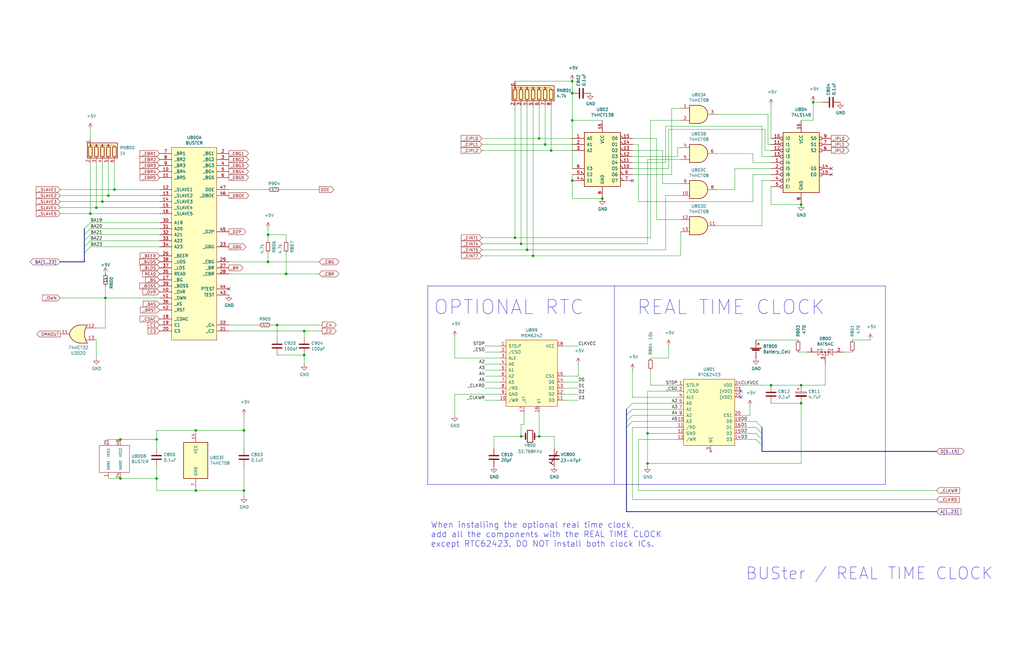
<source format=kicad_sch>
(kicad_sch
	(version 20231120)
	(generator "eeschema")
	(generator_version "8.0")
	(uuid "6ee11da6-9233-4cb4-848b-3c005d3cf5a1")
	(paper "B")
	(title_block
		(title "Amiga 2000 EATX")
		(date "2023-03-10")
		(rev "3.0")
	)
	
	(junction
		(at 102.87 181.61)
		(diameter 0)
		(color 0 0 0 0)
		(uuid "04c08a72-19ab-4a99-9bbf-070545e581d3")
	)
	(junction
		(at 229.87 60.96)
		(diameter 0)
		(color 0 0 0 0)
		(uuid "0a39e5be-064f-48b9-bede-9cc6277b80e9")
	)
	(junction
		(at 254 83.82)
		(diameter 0)
		(color 0 0 0 0)
		(uuid "0c93cac0-457d-4f45-95ec-399b203ba8dc")
	)
	(junction
		(at 66.04 201.93)
		(diameter 0)
		(color 0 0 0 0)
		(uuid "2e3722f1-5383-4caa-86bc-95b76d0f69b6")
	)
	(junction
		(at 120.65 115.57)
		(diameter 0)
		(color 0 0 0 0)
		(uuid "30c1f7d4-a41c-4041-91eb-1f5257105aab")
	)
	(junction
		(at 241.3 34.29)
		(diameter 0)
		(color 0 0 0 0)
		(uuid "3e8d2ab5-0f1c-4a17-b61e-1dc5b560294f")
	)
	(junction
		(at 48.26 80.01)
		(diameter 0)
		(color 0 0 0 0)
		(uuid "45516bd4-2006-4e4c-88d7-86833484228c")
	)
	(junction
		(at 227.33 58.42)
		(diameter 0)
		(color 0 0 0 0)
		(uuid "48340c4e-0104-40a6-8541-4e266c25c185")
	)
	(junction
		(at 241.3 76.2)
		(diameter 0)
		(color 0 0 0 0)
		(uuid "4a205745-1447-4ad6-9e24-eeeefbae1a99")
	)
	(junction
		(at 102.87 207.01)
		(diameter 0)
		(color 0 0 0 0)
		(uuid "4bc9a64c-c463-4a22-a811-8fb550adb43b")
	)
	(junction
		(at 113.03 99.06)
		(diameter 0)
		(color 0 0 0 0)
		(uuid "5214e196-1c61-4492-92a0-45668713c093")
	)
	(junction
		(at 45.72 82.55)
		(diameter 0)
		(color 0 0 0 0)
		(uuid "542c27f1-68ec-413f-9f7f-ddab67363995")
	)
	(junction
		(at 82.55 181.61)
		(diameter 0)
		(color 0 0 0 0)
		(uuid "552fb78c-86bc-408e-a041-20b10bca94a1")
	)
	(junction
		(at 227.33 184.15)
		(diameter 0)
		(color 0 0 0 0)
		(uuid "56c0d267-43a6-45af-bb24-f6e35d682f0b")
	)
	(junction
		(at 219.71 102.87)
		(diameter 0)
		(color 0 0 0 0)
		(uuid "5d7a5e2a-1342-4414-8252-55a0d6b7db04")
	)
	(junction
		(at 217.17 100.33)
		(diameter 0)
		(color 0 0 0 0)
		(uuid "60bee1a6-cf31-4594-ba29-b2dd62e8abc8")
	)
	(junction
		(at 50.8 185.42)
		(diameter 0)
		(color 0 0 0 0)
		(uuid "64e10d42-6a8c-41ae-8bca-b4deb91a9b34")
	)
	(junction
		(at 128.27 139.7)
		(diameter 0)
		(color 0 0 0 0)
		(uuid "6a150dbe-6c9d-4cc5-ad2f-5519aa28b484")
	)
	(junction
		(at 224.79 107.95)
		(diameter 0)
		(color 0 0 0 0)
		(uuid "9025f98e-fd72-43a3-b43a-eeaa431d899c")
	)
	(junction
		(at 241.3 50.8)
		(diameter 0)
		(color 0 0 0 0)
		(uuid "9263f41c-98ba-4c28-a9a7-29c8ff32f109")
	)
	(junction
		(at 337.82 170.18)
		(diameter 0)
		(color 0 0 0 0)
		(uuid "9d17bdf0-d3d2-4086-a8c8-3f4e62282143")
	)
	(junction
		(at 128.27 149.86)
		(diameter 0)
		(color 0 0 0 0)
		(uuid "9e585fe0-5a50-4e4d-8e95-1ff659d1553f")
	)
	(junction
		(at 337.82 162.56)
		(diameter 0)
		(color 0 0 0 0)
		(uuid "a03184a4-4802-4150-baab-90c742ee965b")
	)
	(junction
		(at 241.3 39.37)
		(diameter 0)
		(color 0 0 0 0)
		(uuid "a0a0a085-35b0-4e5a-9f08-7b00761584a5")
	)
	(junction
		(at 325.12 162.56)
		(diameter 0)
		(color 0 0 0 0)
		(uuid "c4dc783e-3de8-4b6f-aabf-c91323d48119")
	)
	(junction
		(at 50.8 201.93)
		(diameter 0)
		(color 0 0 0 0)
		(uuid "ccae0e6c-91f5-4161-86ff-df55052c4542")
	)
	(junction
		(at 273.05 182.88)
		(diameter 0)
		(color 0 0 0 0)
		(uuid "ce3b9f26-86e3-4fd0-a034-ccdd7e86116c")
	)
	(junction
		(at 66.04 185.42)
		(diameter 0)
		(color 0 0 0 0)
		(uuid "ceed8139-e324-47ab-9c99-42d4fd07d433")
	)
	(junction
		(at 38.1 90.17)
		(diameter 0)
		(color 0 0 0 0)
		(uuid "d080f0a9-9bd0-4826-9519-d06ddad253e8")
	)
	(junction
		(at 82.55 207.01)
		(diameter 0)
		(color 0 0 0 0)
		(uuid "d8529ea9-cf37-4304-9ed4-87c474fca165")
	)
	(junction
		(at 342.9 43.18)
		(diameter 0)
		(color 0 0 0 0)
		(uuid "df19dafe-afff-47c2-b718-c76148115935")
	)
	(junction
		(at 113.03 110.49)
		(diameter 0)
		(color 0 0 0 0)
		(uuid "dfe91548-9190-43b6-a0a0-6c7d57c9580f")
	)
	(junction
		(at 232.41 63.5)
		(diameter 0)
		(color 0 0 0 0)
		(uuid "e14cd05e-a1ec-486d-9470-50e8aadbfc65")
	)
	(junction
		(at 219.71 184.15)
		(diameter 0)
		(color 0 0 0 0)
		(uuid "e42eb970-43ef-4d6f-a0ea-f5a2b3fec25b")
	)
	(junction
		(at 222.25 105.41)
		(diameter 0)
		(color 0 0 0 0)
		(uuid "e60ffe67-fdee-435d-89b7-87951ec47088")
	)
	(junction
		(at 40.64 87.63)
		(diameter 0)
		(color 0 0 0 0)
		(uuid "ebf48bc4-a86d-47fa-ab56-5a8ffb3be683")
	)
	(junction
		(at 273.05 195.58)
		(diameter 0)
		(color 0 0 0 0)
		(uuid "f2f96372-2b9c-49d4-a75d-359aa1a938f3")
	)
	(junction
		(at 43.18 85.09)
		(diameter 0)
		(color 0 0 0 0)
		(uuid "f3375207-577a-4ecf-9919-54e061a8096b")
	)
	(junction
		(at 337.82 86.36)
		(diameter 0)
		(color 0 0 0 0)
		(uuid "f34822e7-5198-4967-9c41-aea24042e022")
	)
	(junction
		(at 44.45 125.73)
		(diameter 0)
		(color 0 0 0 0)
		(uuid "f633b81b-e38a-4e08-92cc-8c0865ca9e85")
	)
	(junction
		(at 116.84 137.16)
		(diameter 0)
		(color 0 0 0 0)
		(uuid "ff21efa2-a888-4338-ba2e-313070171bfb")
	)
	(no_connect
		(at 350.52 71.12)
		(uuid "01bb4641-e485-42a4-9f4d-f28943c88192")
	)
	(no_connect
		(at 312.42 167.64)
		(uuid "519490eb-94c2-41b5-b923-ac3ee1e5c113")
	)
	(no_connect
		(at 350.52 73.66)
		(uuid "53e91935-d77b-474a-84eb-a8e07f0fc8e2")
	)
	(no_connect
		(at 312.42 165.1)
		(uuid "b18948ad-d209-4f75-9239-3cfacbd0b994")
	)
	(no_connect
		(at 96.52 121.92)
		(uuid "d2d8944d-f0d4-4649-825a-4200f7d7c116")
	)
	(no_connect
		(at 266.7 76.2)
		(uuid "d3d0083b-ee4c-4cca-84b1-6c50a31ac38e")
	)
	(bus_entry
		(at 266.7 172.72)
		(size -2.54 2.54)
		(stroke
			(width 0)
			(type default)
		)
		(uuid "003cbeeb-5e5c-4096-bfbd-2d38755006fc")
	)
	(bus_entry
		(at 38.1 96.52)
		(size -2.54 2.54)
		(stroke
			(width 0)
			(type default)
		)
		(uuid "05609923-f510-4409-9e12-29e6ff2c0771")
	)
	(bus_entry
		(at 38.1 99.06)
		(size -2.54 2.54)
		(stroke
			(width 0)
			(type default)
		)
		(uuid "09d4336b-c81c-4cb4-9bf3-5291743dee63")
	)
	(bus_entry
		(at 38.1 104.14)
		(size -2.54 2.54)
		(stroke
			(width 0)
			(type default)
		)
		(uuid "0f348ba9-cfec-49cb-90a2-28af03688341")
	)
	(bus_entry
		(at 38.1 93.98)
		(size -2.54 2.54)
		(stroke
			(width 0)
			(type default)
		)
		(uuid "2d54d33d-27c4-476e-8df8-e6c168f19105")
	)
	(bus_entry
		(at 318.77 185.42)
		(size 2.54 2.54)
		(stroke
			(width 0)
			(type default)
		)
		(uuid "47f75ed6-5354-4c2d-859b-3d649ee1842f")
	)
	(bus_entry
		(at 318.77 177.8)
		(size 2.54 2.54)
		(stroke
			(width 0)
			(type default)
		)
		(uuid "4aa59c95-492a-4332-9c30-c7e73a9b151c")
	)
	(bus_entry
		(at 266.7 175.26)
		(size -2.54 2.54)
		(stroke
			(width 0)
			(type default)
		)
		(uuid "4f2e4c81-dba3-4ae3-8018-b5d2d7123b6f")
	)
	(bus_entry
		(at 38.1 101.6)
		(size -2.54 2.54)
		(stroke
			(width 0)
			(type default)
		)
		(uuid "938fa9fa-9490-47ef-bbe3-024b5abdde77")
	)
	(bus_entry
		(at 318.77 180.34)
		(size 2.54 2.54)
		(stroke
			(width 0)
			(type default)
		)
		(uuid "a391a83c-4757-4921-ac03-bedd2080170d")
	)
	(bus_entry
		(at 266.7 170.18)
		(size -2.54 2.54)
		(stroke
			(width 0)
			(type default)
		)
		(uuid "aea583d5-1915-4155-b7b2-ea654e6695f5")
	)
	(bus_entry
		(at 318.77 182.88)
		(size 2.54 2.54)
		(stroke
			(width 0)
			(type default)
		)
		(uuid "d2412d42-332e-432a-9380-846411ad8ced")
	)
	(bus_entry
		(at 266.7 177.8)
		(size -2.54 2.54)
		(stroke
			(width 0)
			(type default)
		)
		(uuid "d89cada6-5377-484d-87ca-2a250c965578")
	)
	(wire
		(pts
			(xy 281.94 54.61) (xy 322.58 54.61)
		)
		(stroke
			(width 0)
			(type default)
		)
		(uuid "01a58679-43b4-40d4-ae6d-c881e744458f")
	)
	(wire
		(pts
			(xy 317.5 64.77) (xy 317.5 68.58)
		)
		(stroke
			(width 0)
			(type default)
		)
		(uuid "01fddd41-5a93-47fc-9ad1-e99063aea8c0")
	)
	(wire
		(pts
			(xy 66.04 201.93) (xy 66.04 207.01)
		)
		(stroke
			(width 0)
			(type default)
		)
		(uuid "029d7bf5-376f-457d-b8d7-f6f1c9dd8603")
	)
	(wire
		(pts
			(xy 359.41 143.51) (xy 367.03 143.51)
		)
		(stroke
			(width 0)
			(type default)
		)
		(uuid "03e41034-10e3-4ee5-b4bc-6cccc9c3d038")
	)
	(wire
		(pts
			(xy 274.32 162.56) (xy 274.32 156.21)
		)
		(stroke
			(width 0)
			(type default)
		)
		(uuid "04e03a37-89ef-4e6b-aed1-0ed2222c2256")
	)
	(wire
		(pts
			(xy 40.64 138.43) (xy 44.45 138.43)
		)
		(stroke
			(width 0)
			(type default)
		)
		(uuid "05652b68-8e75-4ef4-89c3-887d9e254ef6")
	)
	(wire
		(pts
			(xy 102.87 209.55) (xy 102.87 207.01)
		)
		(stroke
			(width 0)
			(type default)
		)
		(uuid "05889d26-8f23-4328-8a82-49f50d663329")
	)
	(wire
		(pts
			(xy 25.4 125.73) (xy 44.45 125.73)
		)
		(stroke
			(width 0)
			(type default)
		)
		(uuid "0650df0e-ec38-4eff-91cf-e80edf677d79")
	)
	(wire
		(pts
			(xy 227.33 44.45) (xy 227.33 58.42)
		)
		(stroke
			(width 0)
			(type default)
		)
		(uuid "069dadd3-5dcc-4e7e-b7be-200772d70fc0")
	)
	(wire
		(pts
			(xy 243.84 158.75) (xy 243.84 153.67)
		)
		(stroke
			(width 0)
			(type default)
		)
		(uuid "0794db53-7fbd-4762-af45-ea95105a3f09")
	)
	(wire
		(pts
			(xy 210.82 151.13) (xy 191.77 151.13)
		)
		(stroke
			(width 0)
			(type default)
		)
		(uuid "090d6cad-9821-4351-92e5-a0f763ed2c47")
	)
	(wire
		(pts
			(xy 67.31 80.01) (xy 48.26 80.01)
		)
		(stroke
			(width 0)
			(type default)
		)
		(uuid "094c76ae-949a-42bf-9242-839f2a2be9bf")
	)
	(wire
		(pts
			(xy 318.77 143.51) (xy 336.55 143.51)
		)
		(stroke
			(width 0)
			(type default)
		)
		(uuid "096f0a3b-f91c-4116-a3ec-58a67bb589a2")
	)
	(wire
		(pts
			(xy 266.7 73.66) (xy 283.21 73.66)
		)
		(stroke
			(width 0)
			(type default)
		)
		(uuid "0a57e397-9cb6-4a42-abd2-1ae069e26c31")
	)
	(wire
		(pts
			(xy 336.55 148.59) (xy 340.36 148.59)
		)
		(stroke
			(width 0)
			(type default)
		)
		(uuid "0a6362a4-44de-4d3e-a1d4-15dd0651382b")
	)
	(wire
		(pts
			(xy 312.42 177.8) (xy 318.77 177.8)
		)
		(stroke
			(width 0)
			(type default)
		)
		(uuid "0b0c763e-8248-4b0b-ac39-fc55a226f60d")
	)
	(wire
		(pts
			(xy 48.26 68.58) (xy 48.26 80.01)
		)
		(stroke
			(width 0)
			(type default)
		)
		(uuid "0be67bf0-9c1f-4f82-82c9-29dd6060c669")
	)
	(bus
		(pts
			(xy 264.16 175.26) (xy 264.16 177.8)
		)
		(stroke
			(width 0)
			(type default)
		)
		(uuid "0bea0166-a4ac-43e0-ad53-403dcf5d0fb3")
	)
	(bus
		(pts
			(xy 264.16 172.72) (xy 264.16 175.26)
		)
		(stroke
			(width 0)
			(type default)
		)
		(uuid "0e400459-4f40-47e2-af11-b0ff2ec9af11")
	)
	(wire
		(pts
			(xy 266.7 167.64) (xy 285.75 167.64)
		)
		(stroke
			(width 0)
			(type default)
		)
		(uuid "0fa4b951-2b0e-4b69-a5ef-40f891833257")
	)
	(wire
		(pts
			(xy 323.85 48.26) (xy 302.26 48.26)
		)
		(stroke
			(width 0)
			(type default)
		)
		(uuid "1016124b-930a-4ce8-85fa-c02a2be0fa6b")
	)
	(wire
		(pts
			(xy 219.71 184.15) (xy 208.28 184.15)
		)
		(stroke
			(width 0)
			(type default)
		)
		(uuid "10a8c123-9eb9-4e13-9025-9ff88e10fc4d")
	)
	(wire
		(pts
			(xy 325.12 58.42) (xy 325.12 44.45)
		)
		(stroke
			(width 0)
			(type default)
		)
		(uuid "11d4d274-09c8-4557-a6af-418d0548daed")
	)
	(wire
		(pts
			(xy 309.88 80.01) (xy 309.88 71.12)
		)
		(stroke
			(width 0)
			(type default)
		)
		(uuid "12635d4a-fa85-4fdd-a1e6-a6ad0eb695d2")
	)
	(wire
		(pts
			(xy 50.8 201.93) (xy 66.04 201.93)
		)
		(stroke
			(width 0)
			(type default)
		)
		(uuid "12d8c8ef-8bae-4c01-bb88-8c77edb336e1")
	)
	(wire
		(pts
			(xy 210.82 161.29) (xy 204.47 161.29)
		)
		(stroke
			(width 0)
			(type default)
		)
		(uuid "18dad2c3-420f-4064-b60f-d19e40d696ac")
	)
	(wire
		(pts
			(xy 317.5 73.66) (xy 325.12 73.66)
		)
		(stroke
			(width 0)
			(type default)
		)
		(uuid "1d1b57e5-e8a0-40c6-b4d2-f18ff10d0592")
	)
	(wire
		(pts
			(xy 43.18 68.58) (xy 43.18 85.09)
		)
		(stroke
			(width 0)
			(type default)
		)
		(uuid "1d4ff421-a096-41a5-a5cd-84276f917e13")
	)
	(wire
		(pts
			(xy 203.2 107.95) (xy 224.79 107.95)
		)
		(stroke
			(width 0)
			(type default)
		)
		(uuid "1e2c8394-64b5-475e-b112-d7b5efd0f1a3")
	)
	(wire
		(pts
			(xy 45.72 201.93) (xy 50.8 201.93)
		)
		(stroke
			(width 0)
			(type default)
		)
		(uuid "1f6ef63f-f88b-4c98-a307-fcc59d7eca95")
	)
	(wire
		(pts
			(xy 67.31 85.09) (xy 43.18 85.09)
		)
		(stroke
			(width 0)
			(type default)
		)
		(uuid "1fe1dda6-3671-4186-8f06-f061e96ba969")
	)
	(wire
		(pts
			(xy 317.5 68.58) (xy 325.12 68.58)
		)
		(stroke
			(width 0)
			(type default)
		)
		(uuid "20039d25-8b5f-4bf0-8540-267dce7783f2")
	)
	(wire
		(pts
			(xy 325.12 86.36) (xy 337.82 86.36)
		)
		(stroke
			(width 0)
			(type default)
		)
		(uuid "21b1c4b3-22d7-4087-b376-8dcd18893b2e")
	)
	(wire
		(pts
			(xy 266.7 210.82) (xy 266.7 180.34)
		)
		(stroke
			(width 0)
			(type default)
		)
		(uuid "22371dc1-7908-4b7d-8f87-925c2bdbee87")
	)
	(wire
		(pts
			(xy 210.82 158.75) (xy 204.47 158.75)
		)
		(stroke
			(width 0)
			(type default)
		)
		(uuid "2348745f-a0e3-4301-9afb-1ee80684f034")
	)
	(wire
		(pts
			(xy 237.49 161.29) (xy 243.84 161.29)
		)
		(stroke
			(width 0)
			(type default)
		)
		(uuid "2414f7b7-5596-43da-af2a-930fdc1720c4")
	)
	(bus
		(pts
			(xy 35.56 99.06) (xy 35.56 101.6)
		)
		(stroke
			(width 0)
			(type default)
		)
		(uuid "251b6170-1e54-4d80-8b99-63d69eacfaa8")
	)
	(wire
		(pts
			(xy 273.05 195.58) (xy 273.05 196.85)
		)
		(stroke
			(width 0)
			(type default)
		)
		(uuid "25667532-988a-43cb-8ae0-3090c5dc22ce")
	)
	(bus
		(pts
			(xy 264.16 177.8) (xy 264.16 180.34)
		)
		(stroke
			(width 0)
			(type default)
		)
		(uuid "25b5f9be-b74b-499b-b67a-709fe0b3ac66")
	)
	(wire
		(pts
			(xy 266.7 60.96) (xy 269.24 60.96)
		)
		(stroke
			(width 0)
			(type default)
		)
		(uuid "269ac8ee-e44a-4e96-83ed-5d4bc1724eef")
	)
	(wire
		(pts
			(xy 38.1 90.17) (xy 25.4 90.17)
		)
		(stroke
			(width 0)
			(type default)
		)
		(uuid "28dba06b-ca39-4f67-a224-2b36a8164f53")
	)
	(wire
		(pts
			(xy 210.82 153.67) (xy 204.47 153.67)
		)
		(stroke
			(width 0)
			(type default)
		)
		(uuid "29ef2103-77ea-4b8c-9d65-953c8978cfec")
	)
	(wire
		(pts
			(xy 237.49 166.37) (xy 243.84 166.37)
		)
		(stroke
			(width 0)
			(type default)
		)
		(uuid "2c80e62f-8dd9-4d7a-8186-b047d30c3dfb")
	)
	(bus
		(pts
			(xy 35.56 106.68) (xy 35.56 110.49)
		)
		(stroke
			(width 0)
			(type default)
		)
		(uuid "2d5c0dbe-a8ec-4a87-a65a-6920f9847632")
	)
	(wire
		(pts
			(xy 44.45 120.65) (xy 44.45 125.73)
		)
		(stroke
			(width 0)
			(type default)
		)
		(uuid "2d88be93-4755-44da-bcd7-6bddacc557a5")
	)
	(wire
		(pts
			(xy 280.67 82.55) (xy 287.02 82.55)
		)
		(stroke
			(width 0)
			(type default)
		)
		(uuid "2e052789-cda1-4313-8014-dcb79017fea8")
	)
	(wire
		(pts
			(xy 203.2 60.96) (xy 229.87 60.96)
		)
		(stroke
			(width 0)
			(type default)
		)
		(uuid "306ec0f2-434c-4b71-b5c1-f6788b948400")
	)
	(bus
		(pts
			(xy 321.31 182.88) (xy 321.31 185.42)
		)
		(stroke
			(width 0)
			(type default)
		)
		(uuid "3161d8a1-ea06-4e3a-9167-1ee93aedc545")
	)
	(wire
		(pts
			(xy 96.52 80.01) (xy 113.03 80.01)
		)
		(stroke
			(width 0)
			(type default)
		)
		(uuid "31b1110f-cd81-434f-bfed-9e5520d82d8e")
	)
	(wire
		(pts
			(xy 222.25 105.41) (xy 280.67 105.41)
		)
		(stroke
			(width 0)
			(type default)
		)
		(uuid "31ca5c79-998f-461c-82e6-1c373f3c33d5")
	)
	(bus
		(pts
			(xy 35.56 110.49) (xy 25.4 110.49)
		)
		(stroke
			(width 0)
			(type default)
		)
		(uuid "31edd60c-f300-4e52-9e84-962cd54ac932")
	)
	(wire
		(pts
			(xy 285.75 66.04) (xy 285.75 62.23)
		)
		(stroke
			(width 0)
			(type default)
		)
		(uuid "33b0a868-d120-484f-8983-94752d913c83")
	)
	(wire
		(pts
			(xy 96.52 139.7) (xy 128.27 139.7)
		)
		(stroke
			(width 0)
			(type default)
		)
		(uuid "341ffb94-156e-47ea-bfc3-c9e741bd33f7")
	)
	(wire
		(pts
			(xy 208.28 184.15) (xy 208.28 189.23)
		)
		(stroke
			(width 0)
			(type default)
		)
		(uuid "34e96596-3588-4ce2-8975-26c99d4ef9b7")
	)
	(wire
		(pts
			(xy 40.64 68.58) (xy 40.64 87.63)
		)
		(stroke
			(width 0)
			(type default)
		)
		(uuid "3679ba10-34f9-4b7e-914e-3d5d53a9b549")
	)
	(wire
		(pts
			(xy 82.55 207.01) (xy 102.87 207.01)
		)
		(stroke
			(width 0)
			(type default)
		)
		(uuid "37d86640-1afb-49ea-a06c-2120f32f71b6")
	)
	(bus
		(pts
			(xy 321.31 180.34) (xy 321.31 182.88)
		)
		(stroke
			(width 0)
			(type default)
		)
		(uuid "38ca6daf-8fb6-4f84-b605-536eff48cec5")
	)
	(wire
		(pts
			(xy 325.12 170.18) (xy 337.82 170.18)
		)
		(stroke
			(width 0)
			(type default)
		)
		(uuid "3a03274f-d1d3-4099-8f96-fdcf67cf11ac")
	)
	(bus
		(pts
			(xy 35.56 101.6) (xy 35.56 104.14)
		)
		(stroke
			(width 0)
			(type default)
		)
		(uuid "3a43b67c-cd54-4486-ba51-3dc7e59b059c")
	)
	(wire
		(pts
			(xy 285.75 175.26) (xy 266.7 175.26)
		)
		(stroke
			(width 0)
			(type default)
		)
		(uuid "3a79a339-1cf1-4de3-88a3-154d2f7cc796")
	)
	(wire
		(pts
			(xy 280.67 68.58) (xy 280.67 53.34)
		)
		(stroke
			(width 0)
			(type default)
		)
		(uuid "3bf6f19b-ff83-458c-8d9b-0945695e0481")
	)
	(wire
		(pts
			(xy 224.79 44.45) (xy 224.79 107.95)
		)
		(stroke
			(width 0)
			(type default)
		)
		(uuid "3c9c9b6b-40ea-4285-bbe1-adcf43ce873f")
	)
	(wire
		(pts
			(xy 241.3 60.96) (xy 229.87 60.96)
		)
		(stroke
			(width 0)
			(type default)
		)
		(uuid "3ca2d858-fe95-4a9a-88cf-3fd6091e3e06")
	)
	(wire
		(pts
			(xy 210.82 166.37) (xy 191.77 166.37)
		)
		(stroke
			(width 0)
			(type default)
		)
		(uuid "3ea239e1-b09a-44d2-a7b1-465874a5101d")
	)
	(wire
		(pts
			(xy 241.3 73.66) (xy 241.3 76.2)
		)
		(stroke
			(width 0)
			(type default)
		)
		(uuid "3eb2bd39-d5d8-44c3-8aa0-15f2f54c17bc")
	)
	(wire
		(pts
			(xy 325.12 60.96) (xy 323.85 60.96)
		)
		(stroke
			(width 0)
			(type default)
		)
		(uuid "3f5bc9c9-5dde-41e1-a1db-045be4cc03f4")
	)
	(wire
		(pts
			(xy 96.52 115.57) (xy 120.65 115.57)
		)
		(stroke
			(width 0)
			(type default)
		)
		(uuid "414409be-8870-4a27-b066-9e81123d0914")
	)
	(wire
		(pts
			(xy 285.75 177.8) (xy 266.7 177.8)
		)
		(stroke
			(width 0)
			(type default)
		)
		(uuid "4298469c-056d-43da-b667-4b14dee8d26e")
	)
	(wire
		(pts
			(xy 241.3 39.37) (xy 241.3 34.29)
		)
		(stroke
			(width 0)
			(type default)
		)
		(uuid "42d0e88c-8483-45d5-b62d-9d3c82adf80d")
	)
	(wire
		(pts
			(xy 337.82 50.8) (xy 342.9 50.8)
		)
		(stroke
			(width 0)
			(type default)
		)
		(uuid "42d4813b-d80a-4477-bf57-4399c974c995")
	)
	(wire
		(pts
			(xy 323.85 60.96) (xy 323.85 48.26)
		)
		(stroke
			(width 0)
			(type default)
		)
		(uuid "42e5dc7c-ba18-4da7-b62c-740879166634")
	)
	(wire
		(pts
			(xy 96.52 137.16) (xy 109.22 137.16)
		)
		(stroke
			(width 0)
			(type default)
		)
		(uuid "4363ff0f-7e8e-4942-8116-a0702721b7c7")
	)
	(wire
		(pts
			(xy 113.03 110.49) (xy 134.62 110.49)
		)
		(stroke
			(width 0)
			(type default)
		)
		(uuid "44e2acdf-2d7d-4ec8-8828-93da23b8b1c9")
	)
	(wire
		(pts
			(xy 229.87 44.45) (xy 229.87 60.96)
		)
		(stroke
			(width 0)
			(type default)
		)
		(uuid "4506f023-6153-4527-aaf3-85f30366eb91")
	)
	(wire
		(pts
			(xy 269.24 207.01) (xy 269.24 185.42)
		)
		(stroke
			(width 0)
			(type default)
		)
		(uuid "45d60c89-c1ed-4969-8fc7-a7efcb32b1b7")
	)
	(wire
		(pts
			(xy 302.26 95.25) (xy 321.31 95.25)
		)
		(stroke
			(width 0)
			(type default)
		)
		(uuid "4661574f-22f7-4bf7-9efc-097924ff640c")
	)
	(wire
		(pts
			(xy 220.98 179.07) (xy 219.71 179.07)
		)
		(stroke
			(width 0)
			(type default)
		)
		(uuid "47620c33-d0ef-4ce3-a413-6e45ce872e2c")
	)
	(wire
		(pts
			(xy 67.31 87.63) (xy 40.64 87.63)
		)
		(stroke
			(width 0)
			(type default)
		)
		(uuid "47888be1-172b-49d4-9f88-834d5a3a1324")
	)
	(wire
		(pts
			(xy 210.82 148.59) (xy 204.47 148.59)
		)
		(stroke
			(width 0)
			(type default)
		)
		(uuid "4944620b-1863-417b-9c1d-64b2727286ab")
	)
	(wire
		(pts
			(xy 66.04 181.61) (xy 82.55 181.61)
		)
		(stroke
			(width 0)
			(type default)
		)
		(uuid "4983dc7a-3969-461f-9654-1784e37c0be9")
	)
	(wire
		(pts
			(xy 254 50.8) (xy 241.3 50.8)
		)
		(stroke
			(width 0)
			(type default)
		)
		(uuid "49aa82f6-5e55-41cd-9103-a3a365393498")
	)
	(wire
		(pts
			(xy 287.02 107.95) (xy 287.02 97.79)
		)
		(stroke
			(width 0)
			(type default)
		)
		(uuid "4af7a1e1-7446-4568-a27e-a8ea10fc8739")
	)
	(wire
		(pts
			(xy 128.27 142.24) (xy 128.27 139.7)
		)
		(stroke
			(width 0)
			(type default)
		)
		(uuid "4c504887-fe55-46a9-a10b-7c8e812ee820")
	)
	(wire
		(pts
			(xy 217.17 44.45) (xy 217.17 100.33)
		)
		(stroke
			(width 0)
			(type default)
		)
		(uuid "4dfeb5cd-646a-446a-80b6-2dc719c416f9")
	)
	(wire
		(pts
			(xy 217.17 100.33) (xy 274.32 100.33)
		)
		(stroke
			(width 0)
			(type default)
		)
		(uuid "4f426121-e3c6-4088-8b74-0632c85ea522")
	)
	(wire
		(pts
			(xy 82.55 181.61) (xy 102.87 181.61)
		)
		(stroke
			(width 0)
			(type default)
		)
		(uuid "506a2952-4e1c-4347-bf5d-2574e56094ac")
	)
	(wire
		(pts
			(xy 67.31 101.6) (xy 38.1 101.6)
		)
		(stroke
			(width 0)
			(type default)
		)
		(uuid "50e73dd1-8606-42e4-a54d-4eb4ca191f01")
	)
	(wire
		(pts
			(xy 66.04 207.01) (xy 82.55 207.01)
		)
		(stroke
			(width 0)
			(type default)
		)
		(uuid "51d21aef-68c7-4b97-aeb2-559e85e15888")
	)
	(wire
		(pts
			(xy 113.03 99.06) (xy 120.65 99.06)
		)
		(stroke
			(width 0)
			(type default)
		)
		(uuid "5399370a-f6ad-4721-a0ab-e76002886bd4")
	)
	(wire
		(pts
			(xy 219.71 44.45) (xy 219.71 102.87)
		)
		(stroke
			(width 0)
			(type default)
		)
		(uuid "5679ce1c-9d40-4f68-8289-40ba3909ae7c")
	)
	(wire
		(pts
			(xy 325.12 162.56) (xy 337.82 162.56)
		)
		(stroke
			(width 0)
			(type default)
		)
		(uuid "58d67049-3b9e-45d9-aa40-a753626470a7")
	)
	(wire
		(pts
			(xy 302.26 64.77) (xy 317.5 64.77)
		)
		(stroke
			(width 0)
			(type default)
		)
		(uuid "590502fc-2874-4788-8086-b16ed7cd2e16")
	)
	(wire
		(pts
			(xy 210.82 146.05) (xy 204.47 146.05)
		)
		(stroke
			(width 0)
			(type default)
		)
		(uuid "5bb4d2bb-2418-453b-a8b1-817f176eb901")
	)
	(bus
		(pts
			(xy 321.31 187.96) (xy 321.31 190.5)
		)
		(stroke
			(width 0)
			(type default)
		)
		(uuid "5bf2e876-03d5-4160-9fd5-69236a7a2326")
	)
	(wire
		(pts
			(xy 337.82 195.58) (xy 273.05 195.58)
		)
		(stroke
			(width 0)
			(type default)
		)
		(uuid "5c13d21b-a234-4c69-bd7b-5904b32e8d9b")
	)
	(bus
		(pts
			(xy 321.31 185.42) (xy 321.31 187.96)
		)
		(stroke
			(width 0)
			(type default)
		)
		(uuid "5c3b9790-6a4c-4e17-8f19-2139ec3ab8e4")
	)
	(wire
		(pts
			(xy 273.05 102.87) (xy 273.05 67.31)
		)
		(stroke
			(width 0)
			(type default)
		)
		(uuid "5c8eba8d-cafe-4aca-939a-8cbd1f2f83ef")
	)
	(wire
		(pts
			(xy 279.4 63.5) (xy 279.4 77.47)
		)
		(stroke
			(width 0)
			(type default)
		)
		(uuid "5d314231-35dc-4f73-abc7-6be661e80da5")
	)
	(wire
		(pts
			(xy 203.2 102.87) (xy 219.71 102.87)
		)
		(stroke
			(width 0)
			(type default)
		)
		(uuid "5e2a62fa-ec06-4078-a711-a56a7fe10560")
	)
	(wire
		(pts
			(xy 285.75 162.56) (xy 274.32 162.56)
		)
		(stroke
			(width 0)
			(type default)
		)
		(uuid "5efdec75-d708-43f9-8774-a537c0a12146")
	)
	(wire
		(pts
			(xy 285.75 182.88) (xy 273.05 182.88)
		)
		(stroke
			(width 0)
			(type default)
		)
		(uuid "605bcc42-d963-4d9e-8979-366423d9d15f")
	)
	(wire
		(pts
			(xy 120.65 106.68) (xy 120.65 115.57)
		)
		(stroke
			(width 0)
			(type default)
		)
		(uuid "60dd6ddd-7870-4993-873d-bc41f3e30035")
	)
	(polyline
		(pts
			(xy 180.34 204.47) (xy 180.34 120.65)
		)
		(stroke
			(width 0)
			(type default)
		)
		(uuid "614a212f-df6e-4c24-9234-abd02e7d52c9")
	)
	(wire
		(pts
			(xy 220.98 173.99) (xy 220.98 179.07)
		)
		(stroke
			(width 0)
			(type default)
		)
		(uuid "618d0320-897e-4bb8-bef5-1aa27ce7b6b7")
	)
	(wire
		(pts
			(xy 241.3 58.42) (xy 227.33 58.42)
		)
		(stroke
			(width 0)
			(type default)
		)
		(uuid "61f99862-7148-448c-926e-a69be371ff65")
	)
	(wire
		(pts
			(xy 325.12 78.74) (xy 325.12 86.36)
		)
		(stroke
			(width 0)
			(type default)
		)
		(uuid "620d40d5-df77-4ff9-8fa4-66d4aa15b688")
	)
	(wire
		(pts
			(xy 312.42 182.88) (xy 318.77 182.88)
		)
		(stroke
			(width 0)
			(type default)
		)
		(uuid "633a14ce-5744-407a-b420-7ec59656e4a3")
	)
	(wire
		(pts
			(xy 219.71 179.07) (xy 219.71 184.15)
		)
		(stroke
			(width 0)
			(type default)
		)
		(uuid "643f1f9a-0d09-4c1e-998a-3aeefee9c4ea")
	)
	(wire
		(pts
			(xy 67.31 82.55) (xy 45.72 82.55)
		)
		(stroke
			(width 0)
			(type default)
		)
		(uuid "644b35ab-32e0-4e27-8384-707c8bd5b14a")
	)
	(wire
		(pts
			(xy 274.32 50.8) (xy 287.02 50.8)
		)
		(stroke
			(width 0)
			(type default)
		)
		(uuid "65219012-d294-479c-84a4-17e82d4c9631")
	)
	(wire
		(pts
			(xy 274.32 151.13) (xy 281.94 151.13)
		)
		(stroke
			(width 0)
			(type default)
		)
		(uuid "672dbdd4-4c2e-4e29-b557-29b848b3a00a")
	)
	(wire
		(pts
			(xy 102.87 189.23) (xy 102.87 181.61)
		)
		(stroke
			(width 0)
			(type default)
		)
		(uuid "69339ec7-55de-4797-8e9b-43a159b0b0d9")
	)
	(wire
		(pts
			(xy 50.8 185.42) (xy 66.04 185.42)
		)
		(stroke
			(width 0)
			(type default)
		)
		(uuid "696849bb-b37c-4163-9873-9188c7c464fb")
	)
	(wire
		(pts
			(xy 394.97 210.82) (xy 266.7 210.82)
		)
		(stroke
			(width 0)
			(type default)
		)
		(uuid "6acf9489-a267-44d6-962b-abd69b32df94")
	)
	(wire
		(pts
			(xy 269.24 60.96) (xy 269.24 85.09)
		)
		(stroke
			(width 0)
			(type default)
		)
		(uuid "6c0ef485-e1bc-4559-8ddb-736c1340293f")
	)
	(wire
		(pts
			(xy 273.05 67.31) (xy 287.02 67.31)
		)
		(stroke
			(width 0)
			(type default)
		)
		(uuid "6c54cfea-9b83-4a22-a2b1-8622f943c634")
	)
	(wire
		(pts
			(xy 302.26 80.01) (xy 309.88 80.01)
		)
		(stroke
			(width 0)
			(type default)
		)
		(uuid "6ccd6835-f593-45fd-91f3-06344eb05d11")
	)
	(wire
		(pts
			(xy 285.75 170.18) (xy 266.7 170.18)
		)
		(stroke
			(width 0)
			(type default)
		)
		(uuid "6deb2298-6741-4181-b033-74ecce389230")
	)
	(wire
		(pts
			(xy 312.42 162.56) (xy 325.12 162.56)
		)
		(stroke
			(width 0)
			(type default)
		)
		(uuid "6f50d319-9450-404a-9630-562dcd1f008e")
	)
	(wire
		(pts
			(xy 128.27 139.7) (xy 135.89 139.7)
		)
		(stroke
			(width 0)
			(type default)
		)
		(uuid "704248c3-8b78-4a7f-9572-b2fbf15b2232")
	)
	(bus
		(pts
			(xy 321.31 190.5) (xy 394.97 190.5)
		)
		(stroke
			(width 0)
			(type default)
		)
		(uuid "711ece1d-5e52-408a-8851-1d322358066d")
	)
	(wire
		(pts
			(xy 281.94 151.13) (xy 281.94 146.05)
		)
		(stroke
			(width 0)
			(type default)
		)
		(uuid "7216b5c0-0723-4e75-9803-89a649ecf50a")
	)
	(wire
		(pts
			(xy 67.31 90.17) (xy 38.1 90.17)
		)
		(stroke
			(width 0)
			(type default)
		)
		(uuid "725b1e7a-3dd9-4d1c-9e77-53511442bd05")
	)
	(wire
		(pts
			(xy 113.03 99.06) (xy 113.03 96.52)
		)
		(stroke
			(width 0)
			(type default)
		)
		(uuid "7502683d-a44d-4c86-964d-f9f2a761a8a7")
	)
	(wire
		(pts
			(xy 312.42 185.42) (xy 318.77 185.42)
		)
		(stroke
			(width 0)
			(type default)
		)
		(uuid "76a03634-80c8-471a-8395-41e02f483603")
	)
	(wire
		(pts
			(xy 276.86 58.42) (xy 276.86 92.71)
		)
		(stroke
			(width 0)
			(type default)
		)
		(uuid "77738c8d-f1c0-4d23-90aa-0630ba8f8531")
	)
	(wire
		(pts
			(xy 266.7 71.12) (xy 281.94 71.12)
		)
		(stroke
			(width 0)
			(type default)
		)
		(uuid "78058ea1-b78f-4ea5-bb6e-14edd8493578")
	)
	(wire
		(pts
			(xy 48.26 80.01) (xy 25.4 80.01)
		)
		(stroke
			(width 0)
			(type default)
		)
		(uuid "7a9d284b-cb79-4906-b655-4842018643ad")
	)
	(wire
		(pts
			(xy 191.77 166.37) (xy 191.77 175.26)
		)
		(stroke
			(width 0)
			(type default)
		)
		(uuid "7e569625-70b3-4017-ae54-aa94ed72fe00")
	)
	(wire
		(pts
			(xy 113.03 101.6) (xy 113.03 99.06)
		)
		(stroke
			(width 0)
			(type default)
		)
		(uuid "804b5e3f-75ee-4b4c-9598-bcc63ea54524")
	)
	(wire
		(pts
			(xy 45.72 82.55) (xy 25.4 82.55)
		)
		(stroke
			(width 0)
			(type default)
		)
		(uuid "80acd68b-326b-4864-9a1f-26f2c40fdd8a")
	)
	(polyline
		(pts
			(xy 180.34 120.65) (xy 373.38 120.65)
		)
		(stroke
			(width 0)
			(type default)
		)
		(uuid "81e9c47a-b186-4b9b-ac61-737d9608bfea")
	)
	(wire
		(pts
			(xy 266.7 58.42) (xy 276.86 58.42)
		)
		(stroke
			(width 0)
			(type default)
		)
		(uuid "83f982c2-292d-4b39-ba30-09058d298d4e")
	)
	(wire
		(pts
			(xy 203.2 63.5) (xy 232.41 63.5)
		)
		(stroke
			(width 0)
			(type default)
		)
		(uuid "866aebaf-9eef-4e08-94a2-59a7f88e311b")
	)
	(wire
		(pts
			(xy 227.33 58.42) (xy 203.2 58.42)
		)
		(stroke
			(width 0)
			(type default)
		)
		(uuid "86afff23-7a7e-4a40-914c-de4f1a649b58")
	)
	(wire
		(pts
			(xy 241.3 50.8) (xy 241.3 39.37)
		)
		(stroke
			(width 0)
			(type default)
		)
		(uuid "872a1cff-e11f-4dfc-b4e3-e18da9ac2edf")
	)
	(wire
		(pts
			(xy 241.3 83.82) (xy 254 83.82)
		)
		(stroke
			(width 0)
			(type default)
		)
		(uuid "8cff5b2f-3e54-45f4-93b5-2e5aef9c386d")
	)
	(wire
		(pts
			(xy 38.1 58.42) (xy 38.1 54.61)
		)
		(stroke
			(width 0)
			(type default)
		)
		(uuid "90c1139a-68fa-4a84-ab50-43d3c404b02c")
	)
	(wire
		(pts
			(xy 321.31 53.34) (xy 321.31 66.04)
		)
		(stroke
			(width 0)
			(type default)
		)
		(uuid "914b48ff-a4e8-4b26-9939-af1b8836e135")
	)
	(wire
		(pts
			(xy 67.31 96.52) (xy 38.1 96.52)
		)
		(stroke
			(width 0)
			(type default)
		)
		(uuid "9163d51a-0a92-4785-897c-17e0eaa90ed4")
	)
	(wire
		(pts
			(xy 273.05 182.88) (xy 273.05 195.58)
		)
		(stroke
			(width 0)
			(type default)
		)
		(uuid "9230cf3b-37d9-4480-99a9-e28f4904e995")
	)
	(wire
		(pts
			(xy 227.33 184.15) (xy 227.33 173.99)
		)
		(stroke
			(width 0)
			(type default)
		)
		(uuid "943cd5fc-868e-4a7a-82fa-0dd533d47069")
	)
	(wire
		(pts
			(xy 210.82 163.83) (xy 204.47 163.83)
		)
		(stroke
			(width 0)
			(type default)
		)
		(uuid "943e65f2-7add-4f6f-bf0e-ff9af9e4c0b6")
	)
	(wire
		(pts
			(xy 322.58 54.61) (xy 322.58 63.5)
		)
		(stroke
			(width 0)
			(type default)
		)
		(uuid "95011c67-8c03-4f3f-b394-99df94bad25b")
	)
	(wire
		(pts
			(xy 45.72 68.58) (xy 45.72 82.55)
		)
		(stroke
			(width 0)
			(type default)
		)
		(uuid "971a9102-ba3a-47f1-a7a8-9e3f4f44c7af")
	)
	(wire
		(pts
			(xy 67.31 104.14) (xy 38.1 104.14)
		)
		(stroke
			(width 0)
			(type default)
		)
		(uuid "976bd2ba-7fcf-497d-9b8f-3a2e6ac60c3f")
	)
	(wire
		(pts
			(xy 116.84 149.86) (xy 128.27 149.86)
		)
		(stroke
			(width 0)
			(type default)
		)
		(uuid "9930a466-8982-4178-9047-4c83566637e6")
	)
	(wire
		(pts
			(xy 281.94 71.12) (xy 281.94 54.61)
		)
		(stroke
			(width 0)
			(type default)
		)
		(uuid "99381e20-ff55-4202-9c39-a8670259e8cc")
	)
	(polyline
		(pts
			(xy 180.34 204.47) (xy 373.38 204.47)
		)
		(stroke
			(width 0)
			(type default)
		)
		(uuid "9a2edbec-f108-42c4-b8e0-83d1ccb79a49")
	)
	(wire
		(pts
			(xy 210.82 156.21) (xy 204.47 156.21)
		)
		(stroke
			(width 0)
			(type default)
		)
		(uuid "9c72e074-0acc-4ba9-8693-ad2907c9f77c")
	)
	(wire
		(pts
			(xy 66.04 185.42) (xy 66.04 181.61)
		)
		(stroke
			(width 0)
			(type default)
		)
		(uuid "9ce4c209-78c3-4840-809f-6ae2a6a22d8f")
	)
	(wire
		(pts
			(xy 113.03 106.68) (xy 113.03 110.49)
		)
		(stroke
			(width 0)
			(type default)
		)
		(uuid "9e94b4cf-66f0-4c68-9d94-2591d1421bfc")
	)
	(polyline
		(pts
			(xy 373.38 204.47) (xy 373.38 120.65)
		)
		(stroke
			(width 0)
			(type default)
		)
		(uuid "9fc58392-1f39-4616-a268-2263fd62d6c5")
	)
	(wire
		(pts
			(xy 237.49 168.91) (xy 243.84 168.91)
		)
		(stroke
			(width 0)
			(type default)
		)
		(uuid "a0fbad08-d2f0-4b8c-b810-feb804d86786")
	)
	(wire
		(pts
			(xy 321.31 76.2) (xy 325.12 76.2)
		)
		(stroke
			(width 0)
			(type default)
		)
		(uuid "a2e3d958-ca2b-41f1-a01a-a43fe66035be")
	)
	(wire
		(pts
			(xy 232.41 63.5) (xy 241.3 63.5)
		)
		(stroke
			(width 0)
			(type default)
		)
		(uuid "a5583fd3-4e04-4df0-ab91-45bc30800def")
	)
	(wire
		(pts
			(xy 276.86 92.71) (xy 287.02 92.71)
		)
		(stroke
			(width 0)
			(type default)
		)
		(uuid "a8f83258-201f-46b6-b77d-5d3de9079eb1")
	)
	(wire
		(pts
			(xy 321.31 95.25) (xy 321.31 76.2)
		)
		(stroke
			(width 0)
			(type default)
		)
		(uuid "a99929ab-b0c2-4cf2-a57b-df1a8d1dcf10")
	)
	(wire
		(pts
			(xy 283.21 45.72) (xy 287.02 45.72)
		)
		(stroke
			(width 0)
			(type default)
		)
		(uuid "aa69db79-ce02-48d7-b13f-beb0afd0dfd4")
	)
	(wire
		(pts
			(xy 312.42 175.26) (xy 316.23 175.26)
		)
		(stroke
			(width 0)
			(type default)
		)
		(uuid "aaa8cb11-6470-4f15-8688-a54f2f1f193f")
	)
	(wire
		(pts
			(xy 114.3 137.16) (xy 116.84 137.16)
		)
		(stroke
			(width 0)
			(type default)
		)
		(uuid "abc97c87-4dfd-4965-8138-a7180dec1a21")
	)
	(wire
		(pts
			(xy 67.31 99.06) (xy 38.1 99.06)
		)
		(stroke
			(width 0)
			(type default)
		)
		(uuid "ac005c45-53ff-4476-84e2-fffdea485c2c")
	)
	(wire
		(pts
			(xy 337.82 162.56) (xy 347.98 162.56)
		)
		(stroke
			(width 0)
			(type default)
		)
		(uuid "af1c1c2c-2998-4bd9-b5b6-8740cefe9188")
	)
	(bus
		(pts
			(xy 35.56 104.14) (xy 35.56 106.68)
		)
		(stroke
			(width 0)
			(type default)
		)
		(uuid "b11b0d62-9029-4576-a034-4e01a7e34614")
	)
	(wire
		(pts
			(xy 128.27 149.86) (xy 128.27 153.67)
		)
		(stroke
			(width 0)
			(type default)
		)
		(uuid "b1261808-8309-439d-9cf5-814a5442c6af")
	)
	(wire
		(pts
			(xy 285.75 185.42) (xy 269.24 185.42)
		)
		(stroke
			(width 0)
			(type default)
		)
		(uuid "b1345cd0-ff50-45b4-9773-ecac2d641953")
	)
	(wire
		(pts
			(xy 285.75 62.23) (xy 287.02 62.23)
		)
		(stroke
			(width 0)
			(type default)
		)
		(uuid "b174c3d9-4290-480a-a182-80b44e33cb05")
	)
	(wire
		(pts
			(xy 44.45 125.73) (xy 44.45 138.43)
		)
		(stroke
			(width 0)
			(type default)
		)
		(uuid "b5823b19-6bfb-4c96-a2fc-14cb7747bdcd")
	)
	(wire
		(pts
			(xy 44.45 125.73) (xy 67.31 125.73)
		)
		(stroke
			(width 0)
			(type default)
		)
		(uuid "b6003091-4d5a-478b-ad58-706f6a637b3f")
	)
	(wire
		(pts
			(xy 322.58 63.5) (xy 325.12 63.5)
		)
		(stroke
			(width 0)
			(type default)
		)
		(uuid "b956f107-a124-4d13-9c78-846f5803bebc")
	)
	(wire
		(pts
			(xy 280.67 53.34) (xy 321.31 53.34)
		)
		(stroke
			(width 0)
			(type default)
		)
		(uuid "b9f52b4f-0d06-4dc1-ab39-7daf3e367e02")
	)
	(wire
		(pts
			(xy 237.49 158.75) (xy 243.84 158.75)
		)
		(stroke
			(width 0)
			(type default)
		)
		(uuid "ba629cd3-a982-4a1b-9ba9-510d3588e036")
	)
	(wire
		(pts
			(xy 273.05 182.88) (xy 273.05 165.1)
		)
		(stroke
			(width 0)
			(type default)
		)
		(uuid "bb5d3ee0-ff73-4700-80d8-4e998956b7cf")
	)
	(wire
		(pts
			(xy 279.4 77.47) (xy 287.02 77.47)
		)
		(stroke
			(width 0)
			(type default)
		)
		(uuid "bc9a7df0-8237-49a7-9087-3a7854c3c098")
	)
	(wire
		(pts
			(xy 210.82 168.91) (xy 204.47 168.91)
		)
		(stroke
			(width 0)
			(type default)
		)
		(uuid "be17af0c-024f-473e-8de5-3d7248c576d2")
	)
	(wire
		(pts
			(xy 224.79 107.95) (xy 287.02 107.95)
		)
		(stroke
			(width 0)
			(type default)
		)
		(uuid "be8cbc92-ea9c-47c4-bc2d-0ee0a3d045c0")
	)
	(wire
		(pts
			(xy 219.71 102.87) (xy 273.05 102.87)
		)
		(stroke
			(width 0)
			(type default)
		)
		(uuid "c0c609d9-ecdf-4500-9bd7-99e44b85544c")
	)
	(wire
		(pts
			(xy 312.42 180.34) (xy 318.77 180.34)
		)
		(stroke
			(width 0)
			(type default)
		)
		(uuid "c0d0b87b-3ca3-4d7e-bccb-e992c7204648")
	)
	(wire
		(pts
			(xy 67.31 93.98) (xy 38.1 93.98)
		)
		(stroke
			(width 0)
			(type default)
		)
		(uuid "c4441226-919c-4b7d-86bd-f4edab5554e0")
	)
	(wire
		(pts
			(xy 337.82 170.18) (xy 337.82 195.58)
		)
		(stroke
			(width 0)
			(type default)
		)
		(uuid "c476889f-9f6c-41a1-928d-d086d3db6e2e")
	)
	(wire
		(pts
			(xy 237.49 163.83) (xy 243.84 163.83)
		)
		(stroke
			(width 0)
			(type default)
		)
		(uuid "c60ce397-38fd-498c-9d60-f81b7abc3a0a")
	)
	(wire
		(pts
			(xy 355.6 148.59) (xy 359.41 148.59)
		)
		(stroke
			(width 0)
			(type default)
		)
		(uuid "c6c4903c-a40a-4039-a243-bbe6752eb444")
	)
	(wire
		(pts
			(xy 347.98 162.56) (xy 347.98 153.67)
		)
		(stroke
			(width 0)
			(type default)
		)
		(uuid "c728af71-d1af-4b76-b566-c03a599fb075")
	)
	(bus
		(pts
			(xy 35.56 96.52) (xy 35.56 99.06)
		)
		(stroke
			(width 0)
			(type default)
		)
		(uuid "c7997591-7e30-4990-844a-724eebcd80df")
	)
	(wire
		(pts
			(xy 280.67 105.41) (xy 280.67 82.55)
		)
		(stroke
			(width 0)
			(type default)
		)
		(uuid "c7e8105a-77b5-4949-95fe-e3c9b88d64aa")
	)
	(wire
		(pts
			(xy 233.68 184.15) (xy 233.68 189.23)
		)
		(stroke
			(width 0)
			(type default)
		)
		(uuid "c9a47377-2490-4216-8102-e8c4a075f26a")
	)
	(wire
		(pts
			(xy 285.75 180.34) (xy 266.7 180.34)
		)
		(stroke
			(width 0)
			(type default)
		)
		(uuid "c9f5909f-5d39-431c-900e-6e3e774ec4c9")
	)
	(wire
		(pts
			(xy 274.32 100.33) (xy 274.32 50.8)
		)
		(stroke
			(width 0)
			(type default)
		)
		(uuid "ca9ff5ec-24e6-4c58-a309-304253f221d7")
	)
	(polyline
		(pts
			(xy 259.08 120.65) (xy 259.08 204.47)
		)
		(stroke
			(width 0)
			(type default)
		)
		(uuid "cb35cbbe-ac3e-45f6-99b3-ea611a0b615c")
	)
	(wire
		(pts
			(xy 269.24 85.09) (xy 317.5 85.09)
		)
		(stroke
			(width 0)
			(type default)
		)
		(uuid "cc7e9859-52e0-421b-be52-ea5694d0b90a")
	)
	(wire
		(pts
			(xy 40.64 143.51) (xy 40.64 151.13)
		)
		(stroke
			(width 0)
			(type default)
		)
		(uuid "cd31f9b1-f9ff-4ebf-b131-d734e96b18a9")
	)
	(wire
		(pts
			(xy 394.97 207.01) (xy 269.24 207.01)
		)
		(stroke
			(width 0)
			(type default)
		)
		(uuid "cf1e1e5c-4617-4d1b-8297-001dac38c663")
	)
	(wire
		(pts
			(xy 285.75 172.72) (xy 266.7 172.72)
		)
		(stroke
			(width 0)
			(type default)
		)
		(uuid "d06638c6-c523-449b-a410-d9129d787f52")
	)
	(wire
		(pts
			(xy 66.04 189.23) (xy 66.04 185.42)
		)
		(stroke
			(width 0)
			(type default)
		)
		(uuid "d095b98b-a8e8-4355-b006-57bf55aa72ac")
	)
	(wire
		(pts
			(xy 227.33 184.15) (xy 233.68 184.15)
		)
		(stroke
			(width 0)
			(type default)
		)
		(uuid "d345796b-1a4f-41af-a25f-6350850127da")
	)
	(wire
		(pts
			(xy 38.1 68.58) (xy 38.1 90.17)
		)
		(stroke
			(width 0)
			(type default)
		)
		(uuid "d419827e-c2c5-4ab4-91dc-e6b6d4f91c7c")
	)
	(wire
		(pts
			(xy 342.9 50.8) (xy 342.9 43.18)
		)
		(stroke
			(width 0)
			(type default)
		)
		(uuid "d50a3e4a-164a-462b-9643-f01b9e1e1162")
	)
	(wire
		(pts
			(xy 266.7 167.64) (xy 266.7 156.21)
		)
		(stroke
			(width 0)
			(type default)
		)
		(uuid "d52166fb-eaa6-4efc-96a8-9c8c4e7e97b1")
	)
	(wire
		(pts
			(xy 116.84 142.24) (xy 116.84 137.16)
		)
		(stroke
			(width 0)
			(type default)
		)
		(uuid "d7df6aa8-ddb0-429f-8890-ca9fd5f9e6db")
	)
	(wire
		(pts
			(xy 43.18 85.09) (xy 25.4 85.09)
		)
		(stroke
			(width 0)
			(type default)
		)
		(uuid "d8d0e2ce-aa8f-4909-a0b2-37bdf340d7ba")
	)
	(wire
		(pts
			(xy 203.2 100.33) (xy 217.17 100.33)
		)
		(stroke
			(width 0)
			(type default)
		)
		(uuid "d8d52f17-7382-4883-a567-947bd9c72b21")
	)
	(wire
		(pts
			(xy 120.65 115.57) (xy 134.62 115.57)
		)
		(stroke
			(width 0)
			(type default)
		)
		(uuid "d922755b-8e01-4ad9-b3c7-89d9b596c159")
	)
	(wire
		(pts
			(xy 116.84 137.16) (xy 135.89 137.16)
		)
		(stroke
			(width 0)
			(type default)
		)
		(uuid "da9a4ad8-681f-4c00-bc27-7bcb41e5759e")
	)
	(wire
		(pts
			(xy 241.3 50.8) (xy 241.3 71.12)
		)
		(stroke
			(width 0)
			(type default)
		)
		(uuid "db1914b0-686c-4865-a369-05ecd06136e5")
	)
	(wire
		(pts
			(xy 309.88 71.12) (xy 325.12 71.12)
		)
		(stroke
			(width 0)
			(type default)
		)
		(uuid "dc429954-a2a6-47ac-95d3-e74b106ac924")
	)
	(wire
		(pts
			(xy 120.65 99.06) (xy 120.65 101.6)
		)
		(stroke
			(width 0)
			(type default)
		)
		(uuid "df5af4f6-8ded-4d78-82d0-b23e5d3b3813")
	)
	(wire
		(pts
			(xy 102.87 181.61) (xy 102.87 175.26)
		)
		(stroke
			(width 0)
			(type default)
		)
		(uuid "dfdd773f-4b76-476b-a28e-78950c69c21b")
	)
	(wire
		(pts
			(xy 222.25 44.45) (xy 222.25 105.41)
		)
		(stroke
			(width 0)
			(type default)
		)
		(uuid "e36f6950-3ee0-4b91-8276-6f50013a7676")
	)
	(wire
		(pts
			(xy 102.87 207.01) (xy 102.87 196.85)
		)
		(stroke
			(width 0)
			(type default)
		)
		(uuid "e3f73838-6738-4b52-a233-9eebbaae47b7")
	)
	(wire
		(pts
			(xy 317.5 85.09) (xy 317.5 73.66)
		)
		(stroke
			(width 0)
			(type default)
		)
		(uuid "e50e7e73-39db-4c06-8b74-2ad7927ac475")
	)
	(wire
		(pts
			(xy 66.04 196.85) (xy 66.04 201.93)
		)
		(stroke
			(width 0)
			(type default)
		)
		(uuid "e513562e-7d7f-4783-8cb5-e837bb6bac19")
	)
	(wire
		(pts
			(xy 241.3 76.2) (xy 241.3 83.82)
		)
		(stroke
			(width 0)
			(type default)
		)
		(uuid "e64ae27e-db8b-467a-b319-fef189e7c8fe")
	)
	(wire
		(pts
			(xy 283.21 73.66) (xy 283.21 45.72)
		)
		(stroke
			(width 0)
			(type default)
		)
		(uuid "e7b32e48-d219-42ae-84e8-d2a4b202cd17")
	)
	(wire
		(pts
			(xy 321.31 66.04) (xy 325.12 66.04)
		)
		(stroke
			(width 0)
			(type default)
		)
		(uuid "e8f48b01-42f3-4bad-8228-7afff4e933d9")
	)
	(wire
		(pts
			(xy 241.3 34.29) (xy 217.17 34.29)
		)
		(stroke
			(width 0)
			(type default)
		)
		(uuid "ebd035dc-d79e-4690-9582-dd613486ee33")
	)
	(wire
		(pts
			(xy 232.41 44.45) (xy 232.41 63.5)
		)
		(stroke
			(width 0)
			(type default)
		)
		(uuid "ece2e901-b57e-4362-b48a-abe03782cf4e")
	)
	(wire
		(pts
			(xy 96.52 110.49) (xy 113.03 110.49)
		)
		(stroke
			(width 0)
			(type default)
		)
		(uuid "edec1a72-98d3-4432-9e17-a9b83d0cc4be")
	)
	(bus
		(pts
			(xy 394.97 215.9) (xy 264.16 215.9)
		)
		(stroke
			(width 0)
			(type default)
		)
		(uuid "ee7d7f74-6ee4-46db-aaf8-e8243645ef21")
	)
	(wire
		(pts
			(xy 316.23 171.45) (xy 316.23 175.26)
		)
		(stroke
			(width 0)
			(type default)
		)
		(uuid "f0044e6d-5312-40f7-8a26-3e49d321afc9")
	)
	(wire
		(pts
			(xy 203.2 105.41) (xy 222.25 105.41)
		)
		(stroke
			(width 0)
			(type default)
		)
		(uuid "f0092647-b91a-41d2-9ed7-6edce9696813")
	)
	(bus
		(pts
			(xy 264.16 180.34) (xy 264.16 215.9)
		)
		(stroke
			(width 0)
			(type default)
		)
		(uuid "f10d15be-aaf4-4c90-a708-6d4a42ee1f5c")
	)
	(wire
		(pts
			(xy 266.7 63.5) (xy 279.4 63.5)
		)
		(stroke
			(width 0)
			(type default)
		)
		(uuid "f459ef4b-9a5b-43ce-afc0-15948196ea1a")
	)
	(wire
		(pts
			(xy 273.05 165.1) (xy 285.75 165.1)
		)
		(stroke
			(width 0)
			(type default)
		)
		(uuid "f63c3a03-02df-4bd9-9202-1f5e83d09daa")
	)
	(wire
		(pts
			(xy 45.72 185.42) (xy 50.8 185.42)
		)
		(stroke
			(width 0)
			(type default)
		)
		(uuid "f77a53f6-46bc-4d32-8ee1-344328280eea")
	)
	(wire
		(pts
			(xy 118.11 80.01) (xy 134.62 80.01)
		)
		(stroke
			(width 0)
			(type default)
		)
		(uuid "f95ee94c-0835-4607-af5e-f8bf0db6de15")
	)
	(wire
		(pts
			(xy 237.49 146.05) (xy 243.84 146.05)
		)
		(stroke
			(width 0)
			(type default)
		)
		(uuid "fb113d02-1100-47b3-a911-1d055cfb20ad")
	)
	(wire
		(pts
			(xy 191.77 151.13) (xy 191.77 142.24)
		)
		(stroke
			(width 0)
			(type default)
		)
		(uuid "fb8de01e-caf2-45ca-937a-6f9a586d9cec")
	)
	(wire
		(pts
			(xy 266.7 66.04) (xy 285.75 66.04)
		)
		(stroke
			(width 0)
			(type default)
		)
		(uuid "fbccb6e0-e81a-4fac-b445-f5cb04e83cc4")
	)
	(wire
		(pts
			(xy 40.64 87.63) (xy 25.4 87.63)
		)
		(stroke
			(width 0)
			(type default)
		)
		(uuid "fc5b17e3-a8e6-47ec-beec-2ba0dc59330e")
	)
	(wire
		(pts
			(xy 342.9 43.18) (xy 346.71 43.18)
		)
		(stroke
			(width 0)
			(type default)
		)
		(uuid "fca94ae1-d91d-49d6-8d33-7608db941700")
	)
	(wire
		(pts
			(xy 266.7 68.58) (xy 280.67 68.58)
		)
		(stroke
			(width 0)
			(type default)
		)
		(uuid "fe76f262-4c92-4c3a-b985-76021404324a")
	)
	(text "REAL TIME CLOCK"
		(exclude_from_sim no)
		(at 347.98 133.35 0)
		(effects
			(font
				(size 5.9944 5.9944)
			)
			(justify right bottom)
		)
		(uuid "263cff95-4fea-4c24-b603-c9fc23558da3")
	)
	(text "OPTIONAL RTC"
		(exclude_from_sim no)
		(at 246.38 133.35 0)
		(effects
			(font
				(size 5.9944 5.9944)
			)
			(justify right bottom)
		)
		(uuid "796ac58e-09a5-4724-8ccb-70c6d5166702")
	)
	(text "When installing the optional real time clock,\nadd all the components with the REAL TIME CLOCK\nexcept RTC62423. DO NOT install both clock ICs."
		(exclude_from_sim no)
		(at 181.61 231.14 0)
		(effects
			(font
				(size 2.4892 2.4892)
			)
			(justify left bottom)
		)
		(uuid "a7a3cd27-f402-4736-b5d4-2d6e4d05630a")
	)
	(text "BUSter / REAL TIME CLOCK"
		(exclude_from_sim no)
		(at 314.325 245.11 0)
		(effects
			(font
				(size 5.0038 5.0038)
			)
			(justify left bottom)
		)
		(uuid "e7ab0861-f231-49c9-b5e8-2aa1d0fc8ea4")
	)
	(label "BA20"
		(at 38.1 96.52 0)
		(fields_autoplaced yes)
		(effects
			(font
				(size 1.2954 1.2954)
			)
			(justify left bottom)
		)
		(uuid "0320d487-3002-48ba-a281-03408a053e28")
	)
	(label "BA23"
		(at 38.1 104.14 0)
		(fields_autoplaced yes)
		(effects
			(font
				(size 1.2954 1.2954)
			)
			(justify left bottom)
		)
		(uuid "05acdf65-98cb-47a9-b7e1-1fc06449cf21")
	)
	(label "BA22"
		(at 38.1 101.6 0)
		(fields_autoplaced yes)
		(effects
			(font
				(size 1.2954 1.2954)
			)
			(justify left bottom)
		)
		(uuid "0aee9455-7231-43c6-82be-bb24996d4a93")
	)
	(label "STDP"
		(at 204.47 146.05 180)
		(fields_autoplaced yes)
		(effects
			(font
				(size 1.2954 1.2954)
			)
			(justify right bottom)
		)
		(uuid "10b55c4b-61fc-4761-8f85-0fed9f2cdd08")
	)
	(label "A4"
		(at 204.47 158.75 180)
		(fields_autoplaced yes)
		(effects
			(font
				(size 1.2954 1.2954)
			)
			(justify right bottom)
		)
		(uuid "12ef58f9-05d6-469a-b7b8-1624748cbdf3")
	)
	(label "A3"
		(at 204.47 156.21 180)
		(fields_autoplaced yes)
		(effects
			(font
				(size 1.2954 1.2954)
			)
			(justify right bottom)
		)
		(uuid "16192517-5918-45f3-a889-d1e462694398")
	)
	(label "D2"
		(at 312.42 182.88 0)
		(fields_autoplaced yes)
		(effects
			(font
				(size 1.2954 1.2954)
			)
			(justify left bottom)
		)
		(uuid "221b05b0-71b4-4515-97dc-4ba77d19ebc9")
	)
	(label "CLKVCC"
		(at 312.42 162.56 0)
		(fields_autoplaced yes)
		(effects
			(font
				(size 1.2954 1.2954)
			)
			(justify left bottom)
		)
		(uuid "30bd772d-9ec2-457c-9a0d-580337740ed1")
	)
	(label "_CSO"
		(at 285.75 165.1 180)
		(fields_autoplaced yes)
		(effects
			(font
				(size 1.2954 1.2954)
			)
			(justify right bottom)
		)
		(uuid "322caf06-dfd7-4d64-9c04-d7ca04c6d643")
	)
	(label "_CLKRD"
		(at 204.47 163.83 180)
		(fields_autoplaced yes)
		(effects
			(font
				(size 1.2954 1.2954)
			)
			(justify right bottom)
		)
		(uuid "376f24f6-1147-4c27-ad2f-9bfb7742b330")
	)
	(label "STDP"
		(at 285.75 162.56 180)
		(fields_autoplaced yes)
		(effects
			(font
				(size 1.2954 1.2954)
			)
			(justify right bottom)
		)
		(uuid "492589da-a5dc-416c-b0d2-f404eb537f7f")
	)
	(label "D0"
		(at 312.42 177.8 0)
		(fields_autoplaced yes)
		(effects
			(font
				(size 1.2954 1.2954)
			)
			(justify left bottom)
		)
		(uuid "499f2ce9-b042-41e5-a21c-9ce45596044c")
	)
	(label "A4"
		(at 283.21 175.26 0)
		(fields_autoplaced yes)
		(effects
			(font
				(size 1.2954 1.2954)
			)
			(justify left bottom)
		)
		(uuid "4a632123-720d-4391-88da-c45a44b503eb")
	)
	(label "D3"
		(at 243.84 168.91 0)
		(fields_autoplaced yes)
		(effects
			(font
				(size 1.2954 1.2954)
			)
			(justify left bottom)
		)
		(uuid "579fbe8a-e769-4f4c-a440-60b30463ad9d")
	)
	(label "D1"
		(at 312.42 180.34 0)
		(fields_autoplaced yes)
		(effects
			(font
				(size 1.2954 1.2954)
			)
			(justify left bottom)
		)
		(uuid "63843a7c-6d6e-45e5-a88a-683b523483ae")
	)
	(label "_CLKWR"
		(at 204.47 168.91 180)
		(fields_autoplaced yes)
		(effects
			(font
				(size 1.2954 1.2954)
			)
			(justify right bottom)
		)
		(uuid "639000f6-63e2-4254-aa99-a2a44ff20b15")
	)
	(label "D0"
		(at 243.84 161.29 0)
		(fields_autoplaced yes)
		(effects
			(font
				(size 1.2954 1.2954)
			)
			(justify left bottom)
		)
		(uuid "644ff7ba-a867-4d7f-8f04-3abecd0a7786")
	)
	(label "BA19"
		(at 38.1 93.98 0)
		(fields_autoplaced yes)
		(effects
			(font
				(size 1.2954 1.2954)
			)
			(justify left bottom)
		)
		(uuid "648a19bc-5b10-435c-a95f-1876a62cd89f")
	)
	(label "BA21"
		(at 38.1 99.06 0)
		(fields_autoplaced yes)
		(effects
			(font
				(size 1.2954 1.2954)
			)
			(justify left bottom)
		)
		(uuid "68fd8f0b-718b-4a6f-99a5-8320e85e5924")
	)
	(label "D3"
		(at 312.42 185.42 0)
		(fields_autoplaced yes)
		(effects
			(font
				(size 1.2954 1.2954)
			)
			(justify left bottom)
		)
		(uuid "698fedb0-3e90-4f80-8856-c45d65d06112")
	)
	(label "A3"
		(at 283.21 172.72 0)
		(fields_autoplaced yes)
		(effects
			(font
				(size 1.2954 1.2954)
			)
			(justify left bottom)
		)
		(uuid "7f1cb0be-51fa-4632-98ae-186a191ca24e")
	)
	(label "D1"
		(at 243.84 163.83 0)
		(fields_autoplaced yes)
		(effects
			(font
				(size 1.2954 1.2954)
			)
			(justify left bottom)
		)
		(uuid "8826f94a-08a7-4cee-a833-7291f4e6535e")
	)
	(label "A2"
		(at 204.47 153.67 180)
		(fields_autoplaced yes)
		(effects
			(font
				(size 1.2954 1.2954)
			)
			(justify right bottom)
		)
		(uuid "8f9eb67f-678c-4a7e-bda5-71ae6397be75")
	)
	(label "A5"
		(at 283.21 177.8 0)
		(fields_autoplaced yes)
		(effects
			(font
				(size 1.2954 1.2954)
			)
			(justify left bottom)
		)
		(uuid "ae27353c-1650-467c-85ce-514d8eaae0c0")
	)
	(label "_CSO"
		(at 204.47 148.59 180)
		(fields_autoplaced yes)
		(effects
			(font
				(size 1.2954 1.2954)
			)
			(justify right bottom)
		)
		(uuid "b602a364-de42-40e2-a524-d6a000c90982")
	)
	(label "CLKVCC"
		(at 243.84 146.05 0)
		(fields_autoplaced yes)
		(effects
			(font
				(size 1.2954 1.2954)
			)
			(justify left bottom)
		)
		(uuid "cc2f324c-32b1-40e9-9337-7a07948bc5d4")
	)
	(label "A5"
		(at 204.47 161.29 180)
		(fields_autoplaced yes)
		(effects
			(font
				(size 1.2954 1.2954)
			)
			(justify right bottom)
		)
		(uuid "d1acbf63-bed4-47a1-ab79-e86b76ed709e")
	)
	(label "A2"
		(at 283.21 170.18 0)
		(fields_autoplaced yes)
		(effects
			(font
				(size 1.2954 1.2954)
			)
			(justify left bottom)
		)
		(uuid "f167f6ce-5226-4d51-b64e-99d797bbeb28")
	)
	(label "D2"
		(at 243.84 166.37 0)
		(fields_autoplaced yes)
		(effects
			(font
				(size 1.2954 1.2954)
			)
			(justify left bottom)
		)
		(uuid "ffc2e9b7-89db-4cc1-8be5-77532b010ea8")
	)
	(global_label "A[1..23]"
		(shape input)
		(at 394.97 215.9 0)
		(effects
			(font
				(size 1.2954 1.2954)
			)
			(justify left)
		)
		(uuid "0196c46c-eb3a-4a2a-968d-4544b45ae7b5")
		(property "Intersheetrefs" "${INTERSHEET_REFS}"
			(at 394.97 215.9 0)
			(effects
				(font
					(size 1.27 1.27)
				)
				(hide yes)
			)
		)
	)
	(global_label "C3"
		(shape input)
		(at 67.31 139.7 180)
		(effects
			(font
				(size 1.27 1.27)
			)
			(justify right)
		)
		(uuid "0591979b-7c4a-4647-9b4d-aae9976c01fe")
		(property "Intersheetrefs" "${INTERSHEET_REFS}"
			(at 67.31 139.7 0)
			(effects
				(font
					(size 1.27 1.27)
				)
				(hide yes)
			)
		)
	)
	(global_label "_SLAVE3"
		(shape input)
		(at 25.4 85.09 180)
		(effects
			(font
				(size 1.27 1.27)
			)
			(justify right)
		)
		(uuid "1213f4e3-086e-4422-a4bf-a3daedeccb33")
		(property "Intersheetrefs" "${INTERSHEET_REFS}"
			(at 25.4 85.09 0)
			(effects
				(font
					(size 1.27 1.27)
				)
				(hide yes)
			)
		)
	)
	(global_label "_EBR2"
		(shape input)
		(at 67.31 67.31 180)
		(effects
			(font
				(size 1.27 1.27)
			)
			(justify right)
		)
		(uuid "1d66ee1f-cca5-4d14-9f03-22b1f068cb1d")
		(property "Intersheetrefs" "${INTERSHEET_REFS}"
			(at 67.31 67.31 0)
			(effects
				(font
					(size 1.27 1.27)
				)
				(hide yes)
			)
		)
	)
	(global_label "_BR"
		(shape output)
		(at 96.52 113.03 0)
		(effects
			(font
				(size 1.27 1.27)
			)
			(justify left)
		)
		(uuid "1e2473c9-4fbc-49f4-9b69-7b564a60caca")
		(property "Intersheetrefs" "${INTERSHEET_REFS}"
			(at 96.52 113.03 0)
			(effects
				(font
					(size 1.27 1.27)
				)
				(hide yes)
			)
		)
	)
	(global_label "_CDAC"
		(shape input)
		(at 67.31 134.62 180)
		(effects
			(font
				(size 1.27 1.27)
			)
			(justify right)
		)
		(uuid "1ec8595a-d3f7-4b7c-a486-50bc39736caf")
		(property "Intersheetrefs" "${INTERSHEET_REFS}"
			(at 67.31 134.62 0)
			(effects
				(font
					(size 1.27 1.27)
				)
				(hide yes)
			)
		)
	)
	(global_label "_IPL2"
		(shape output)
		(at 350.52 63.5 0)
		(effects
			(font
				(size 1.27 1.27)
			)
			(justify left)
		)
		(uuid "2495aec6-ae62-461d-bec3-f617ebc08ad3")
		(property "Intersheetrefs" "${INTERSHEET_REFS}"
			(at 350.52 63.5 0)
			(effects
				(font
					(size 1.27 1.27)
				)
				(hide yes)
			)
		)
	)
	(global_label "_BOSS"
		(shape input)
		(at 67.31 120.65 180)
		(effects
			(font
				(size 1.27 1.27)
			)
			(justify right)
		)
		(uuid "25393b99-d600-4c39-830a-eb4ce30fa4e4")
		(property "Intersheetrefs" "${INTERSHEET_REFS}"
			(at 67.31 120.65 0)
			(effects
				(font
					(size 1.27 1.27)
				)
				(hide yes)
			)
		)
	)
	(global_label "_EBR4"
		(shape input)
		(at 67.31 72.39 180)
		(effects
			(font
				(size 1.27 1.27)
			)
			(justify right)
		)
		(uuid "25fd7225-9226-4575-90d1-920c3b170537")
		(property "Intersheetrefs" "${INTERSHEET_REFS}"
			(at 67.31 72.39 0)
			(effects
				(font
					(size 1.27 1.27)
				)
				(hide yes)
			)
		)
	)
	(global_label "BA[1..23]"
		(shape bidirectional)
		(at 25.4 110.49 180)
		(effects
			(font
				(size 1.2954 1.2954)
			)
			(justify right)
		)
		(uuid "32cdc8b1-b4a0-4a36-afb4-10fd355f1fbe")
		(property "Intersheetrefs" "${INTERSHEET_REFS}"
			(at 25.4 110.49 0)
			(effects
				(font
					(size 1.27 1.27)
				)
				(hide yes)
			)
		)
	)
	(global_label "_SLAVE2"
		(shape input)
		(at 25.4 82.55 180)
		(effects
			(font
				(size 1.27 1.27)
			)
			(justify right)
		)
		(uuid "3c2bf43e-0f6f-41a5-bd16-0953ab8bd89e")
		(property "Intersheetrefs" "${INTERSHEET_REFS}"
			(at 25.4 82.55 0)
			(effects
				(font
					(size 1.27 1.27)
				)
				(hide yes)
			)
		)
	)
	(global_label "_BG"
		(shape input)
		(at 67.31 118.11 180)
		(effects
			(font
				(size 1.27 1.27)
			)
			(justify right)
		)
		(uuid "3e9b6eff-d10e-4cd4-9381-c085e798c5c0")
		(property "Intersheetrefs" "${INTERSHEET_REFS}"
			(at 67.31 118.11 0)
			(effects
				(font
					(size 1.27 1.27)
				)
				(hide yes)
			)
		)
	)
	(global_label "_EINT7"
		(shape input)
		(at 203.2 107.95 180)
		(effects
			(font
				(size 1.27 1.27)
			)
			(justify right)
		)
		(uuid "436e9c1a-aac9-442a-8ba1-23c1eef7ac28")
		(property "Intersheetrefs" "${INTERSHEET_REFS}"
			(at 203.2 107.95 0)
			(effects
				(font
					(size 1.27 1.27)
				)
				(hide yes)
			)
		)
	)
	(global_label "_CBG"
		(shape bidirectional)
		(at 134.62 110.49 0)
		(effects
			(font
				(size 1.27 1.27)
			)
			(justify left)
		)
		(uuid "4710e2f3-a65a-425c-a50a-693af29cd04c")
		(property "Intersheetrefs" "${INTERSHEET_REFS}"
			(at 134.62 110.49 0)
			(effects
				(font
					(size 1.27 1.27)
				)
				(hide yes)
			)
		)
	)
	(global_label "_CIPL2"
		(shape input)
		(at 203.2 63.5 180)
		(effects
			(font
				(size 1.27 1.27)
			)
			(justify right)
		)
		(uuid "500b951b-eff4-433a-9cca-ee7bded6a1c1")
		(property "Intersheetrefs" "${INTERSHEET_REFS}"
			(at 203.2 63.5 0)
			(effects
				(font
					(size 1.27 1.27)
				)
				(hide yes)
			)
		)
	)
	(global_label "_IPL1"
		(shape output)
		(at 350.52 60.96 0)
		(effects
			(font
				(size 1.27 1.27)
			)
			(justify left)
		)
		(uuid "507e3e3f-53a2-4b20-8fed-5b4f688e34f2")
		(property "Intersheetrefs" "${INTERSHEET_REFS}"
			(at 350.52 60.96 0)
			(effects
				(font
					(size 1.27 1.27)
				)
				(hide yes)
			)
		)
	)
	(global_label "_OVR"
		(shape input)
		(at 67.31 123.19 180)
		(effects
			(font
				(size 1.27 1.27)
			)
			(justify right)
		)
		(uuid "573cf0fc-afb8-4e5c-a2f2-1b484a186ea6")
		(property "Intersheetrefs" "${INTERSHEET_REFS}"
			(at 67.31 123.19 0)
			(effects
				(font
					(size 1.27 1.27)
				)
				(hide yes)
			)
		)
	)
	(global_label "_DBOE"
		(shape output)
		(at 96.52 82.55 0)
		(effects
			(font
				(size 1.27 1.27)
			)
			(justify left)
		)
		(uuid "598545d9-6e64-4e1b-9103-692257eb03e6")
		(property "Intersheetrefs" "${INTERSHEET_REFS}"
			(at 96.52 82.55 0)
			(effects
				(font
					(size 1.27 1.27)
				)
				(hide yes)
			)
		)
	)
	(global_label "_CIPL0"
		(shape input)
		(at 203.2 58.42 180)
		(effects
			(font
				(size 1.27 1.27)
			)
			(justify right)
		)
		(uuid "59af1742-b74c-4dd6-ba52-1194c0c36fce")
		(property "Intersheetrefs" "${INTERSHEET_REFS}"
			(at 203.2 58.42 0)
			(effects
				(font
					(size 1.27 1.27)
				)
				(hide yes)
			)
		)
	)
	(global_label "_IPL0"
		(shape output)
		(at 350.52 58.42 0)
		(effects
			(font
				(size 1.27 1.27)
			)
			(justify left)
		)
		(uuid "63dfcf5f-fcf7-44a6-8992-b276a5d0aae1")
		(property "Intersheetrefs" "${INTERSHEET_REFS}"
			(at 350.52 58.42 0)
			(effects
				(font
					(size 1.27 1.27)
				)
				(hide yes)
			)
		)
	)
	(global_label "DOE"
		(shape output)
		(at 134.62 80.01 0)
		(effects
			(font
				(size 1.27 1.27)
			)
			(justify left)
		)
		(uuid "647af67b-1f39-4eb0-898b-d92812253dd4")
		(property "Intersheetrefs" "${INTERSHEET_REFS}"
			(at 134.62 80.01 0)
			(effects
				(font
					(size 1.27 1.27)
				)
				(hide yes)
			)
		)
	)
	(global_label "_SLAVE4"
		(shape input)
		(at 25.4 87.63 180)
		(effects
			(font
				(size 1.27 1.27)
			)
			(justify right)
		)
		(uuid "68113bc6-5038-49ad-b019-b115d866c05e")
		(property "Intersheetrefs" "${INTERSHEET_REFS}"
			(at 25.4 87.63 0)
			(effects
				(font
					(size 1.27 1.27)
				)
				(hide yes)
			)
		)
	)
	(global_label "_CLKWR"
		(shape input)
		(at 394.97 207.01 0)
		(effects
			(font
				(size 1.27 1.27)
			)
			(justify left)
		)
		(uuid "69cea4d3-53d9-4e45-a0e3-c03e88d6bb16")
		(property "Intersheetrefs" "${INTERSHEET_REFS}"
			(at 394.97 207.01 0)
			(effects
				(font
					(size 1.27 1.27)
				)
				(hide yes)
			)
		)
	)
	(global_label "_D2P"
		(shape output)
		(at 96.52 97.79 0)
		(effects
			(font
				(size 1.27 1.27)
			)
			(justify left)
		)
		(uuid "6fff5452-13a3-4f1d-8714-f6b58f240edd")
		(property "Intersheetrefs" "${INTERSHEET_REFS}"
			(at 96.52 97.79 0)
			(effects
				(font
					(size 1.27 1.27)
				)
				(hide yes)
			)
		)
	)
	(global_label "_GBG"
		(shape output)
		(at 96.52 104.14 0)
		(effects
			(font
				(size 1.27 1.27)
			)
			(justify left)
		)
		(uuid "740bc8da-7a57-4f43-aa64-f3aa3659c224")
		(property "Intersheetrefs" "${INTERSHEET_REFS}"
			(at 96.52 104.14 0)
			(effects
				(font
					(size 1.27 1.27)
				)
				(hide yes)
			)
		)
	)
	(global_label "_CLKRD"
		(shape input)
		(at 394.97 210.82 0)
		(effects
			(font
				(size 1.27 1.27)
			)
			(justify left)
		)
		(uuid "783eced9-b555-4ca7-94a3-03cfa88c81a7")
		(property "Intersheetrefs" "${INTERSHEET_REFS}"
			(at 394.97 210.82 0)
			(effects
				(font
					(size 1.27 1.27)
				)
				(hide yes)
			)
		)
	)
	(global_label "_EBR1"
		(shape input)
		(at 67.31 64.77 180)
		(effects
			(font
				(size 1.27 1.27)
			)
			(justify right)
		)
		(uuid "78ac2c16-ca2d-4216-b10a-e3fe43628369")
		(property "Intersheetrefs" "${INTERSHEET_REFS}"
			(at 67.31 64.77 0)
			(effects
				(font
					(size 1.27 1.27)
				)
				(hide yes)
			)
		)
	)
	(global_label "_EBG4"
		(shape output)
		(at 96.52 72.39 0)
		(effects
			(font
				(size 1.27 1.27)
			)
			(justify left)
		)
		(uuid "792cac0f-20d8-4067-8bea-bcec96501916")
		(property "Intersheetrefs" "${INTERSHEET_REFS}"
			(at 96.52 72.39 0)
			(effects
				(font
					(size 1.27 1.27)
				)
				(hide yes)
			)
		)
	)
	(global_label "_OWN"
		(shape input)
		(at 25.4 125.73 180)
		(effects
			(font
				(size 1.27 1.27)
			)
			(justify right)
		)
		(uuid "7c9dddf5-0e88-4547-8a68-674c3848ea8d")
		(property "Intersheetrefs" "${INTERSHEET_REFS}"
			(at 25.4 125.73 0)
			(effects
				(font
					(size 1.27 1.27)
				)
				(hide yes)
			)
		)
	)
	(global_label "_EBR5"
		(shape input)
		(at 67.31 74.93 180)
		(effects
			(font
				(size 1.27 1.27)
			)
			(justify right)
		)
		(uuid "84d80093-f1d3-4c3a-9f40-a2ce7bd6729f")
		(property "Intersheetrefs" "${INTERSHEET_REFS}"
			(at 67.31 74.93 0)
			(effects
				(font
					(size 1.27 1.27)
				)
				(hide yes)
			)
		)
	)
	(global_label "_C2"
		(shape output)
		(at 135.89 139.7 0)
		(effects
			(font
				(size 1.27 1.27)
			)
			(justify left)
		)
		(uuid "8ad8d5b2-07af-43ca-8b19-b4cd2e259997")
		(property "Intersheetrefs" "${INTERSHEET_REFS}"
			(at 135.89 139.7 0)
			(effects
				(font
					(size 1.27 1.27)
				)
				(hide yes)
			)
		)
	)
	(global_label "_EINT5"
		(shape input)
		(at 203.2 105.41 180)
		(effects
			(font
				(size 1.27 1.27)
			)
			(justify right)
		)
		(uuid "91e71d71-1285-41dd-8649-c276e572e7b3")
		(property "Intersheetrefs" "${INTERSHEET_REFS}"
			(at 203.2 105.41 0)
			(effects
				(font
					(size 1.27 1.27)
				)
				(hide yes)
			)
		)
	)
	(global_label "_CBR"
		(shape bidirectional)
		(at 134.62 115.57 0)
		(effects
			(font
				(size 1.27 1.27)
			)
			(justify left)
		)
		(uuid "92103778-2f92-4d89-98c1-3e868a23e02e")
		(property "Intersheetrefs" "${INTERSHEET_REFS}"
			(at 134.62 115.57 0)
			(effects
				(font
					(size 1.27 1.27)
				)
				(hide yes)
			)
		)
	)
	(global_label "D[0..15]"
		(shape bidirectional)
		(at 394.97 190.5 0)
		(effects
			(font
				(size 1.2954 1.2954)
			)
			(justify left)
		)
		(uuid "96978605-0d81-4f2a-8ae0-bef73d5caaaa")
		(property "Intersheetrefs" "${INTERSHEET_REFS}"
			(at 394.97 190.5 0)
			(effects
				(font
					(size 1.27 1.27)
				)
				(hide yes)
			)
		)
	)
	(global_label "_BUDS"
		(shape input)
		(at 67.31 110.49 180)
		(effects
			(font
				(size 1.27 1.27)
			)
			(justify right)
		)
		(uuid "99329ec5-1293-4141-ac8d-c1f26a1a60f2")
		(property "Intersheetrefs" "${INTERSHEET_REFS}"
			(at 67.31 110.49 0)
			(effects
				(font
					(size 1.27 1.27)
				)
				(hide yes)
			)
		)
	)
	(global_label "_EINT4"
		(shape input)
		(at 203.2 102.87 180)
		(effects
			(font
				(size 1.27 1.27)
			)
			(justify right)
		)
		(uuid "ac4612a6-8755-46bc-aa08-64798a767def")
		(property "Intersheetrefs" "${INTERSHEET_REFS}"
			(at 203.2 102.87 0)
			(effects
				(font
					(size 1.27 1.27)
				)
				(hide yes)
			)
		)
	)
	(global_label "_EINT1"
		(shape input)
		(at 203.2 100.33 180)
		(effects
			(font
				(size 1.27 1.27)
			)
			(justify right)
		)
		(uuid "b38ed80a-fbe5-4cde-9e9c-a8470bcdc0a1")
		(property "Intersheetrefs" "${INTERSHEET_REFS}"
			(at 203.2 100.33 0)
			(effects
				(font
					(size 1.27 1.27)
				)
				(hide yes)
			)
		)
	)
	(global_label "_EBG1"
		(shape output)
		(at 96.52 64.77 0)
		(effects
			(font
				(size 1.27 1.27)
			)
			(justify left)
		)
		(uuid "ba68f854-f9c6-45e8-8bcd-65bc34b4f5f9")
		(property "Intersheetrefs" "${INTERSHEET_REFS}"
			(at 96.52 64.77 0)
			(effects
				(font
					(size 1.27 1.27)
				)
				(hide yes)
			)
		)
	)
	(global_label "_EBR3"
		(shape input)
		(at 67.31 69.85 180)
		(effects
			(font
				(size 1.27 1.27)
			)
			(justify right)
		)
		(uuid "c46f9f40-3215-4263-80f5-18bab28bd30e")
		(property "Intersheetrefs" "${INTERSHEET_REFS}"
			(at 67.31 69.85 0)
			(effects
				(font
					(size 1.27 1.27)
				)
				(hide yes)
			)
		)
	)
	(global_label "_BLDS"
		(shape input)
		(at 67.31 113.03 180)
		(effects
			(font
				(size 1.27 1.27)
			)
			(justify right)
		)
		(uuid "c9685761-114f-4092-bf0f-0686103c0ece")
		(property "Intersheetrefs" "${INTERSHEET_REFS}"
			(at 67.31 113.03 0)
			(effects
				(font
					(size 1.27 1.27)
				)
				(hide yes)
			)
		)
	)
	(global_label "_BAS"
		(shape input)
		(at 67.31 128.27 180)
		(effects
			(font
				(size 1.27 1.27)
			)
			(justify right)
		)
		(uuid "ca26e7f4-7462-4109-819d-239d36f70cfe")
		(property "Intersheetrefs" "${INTERSHEET_REFS}"
			(at 67.31 128.27 0)
			(effects
				(font
					(size 1.27 1.27)
				)
				(hide yes)
			)
		)
	)
	(global_label "_BEER"
		(shape input)
		(at 67.31 107.95 180)
		(effects
			(font
				(size 1.27 1.27)
			)
			(justify right)
		)
		(uuid "cd0be7b8-68c7-44f1-8407-fab57a95c026")
		(property "Intersheetrefs" "${INTERSHEET_REFS}"
			(at 67.31 107.95 0)
			(effects
				(font
					(size 1.27 1.27)
				)
				(hide yes)
			)
		)
	)
	(global_label "C1"
		(shape input)
		(at 67.31 137.16 180)
		(effects
			(font
				(size 1.27 1.27)
			)
			(justify right)
		)
		(uuid "d7ff0aa6-4ab2-463e-93de-3dcddbf297b9")
		(property "Intersheetrefs" "${INTERSHEET_REFS}"
			(at 67.31 137.16 0)
			(effects
				(font
					(size 1.27 1.27)
				)
				(hide yes)
			)
		)
	)
	(global_label "_EBG2"
		(shape output)
		(at 96.52 67.31 0)
		(effects
			(font
				(size 1.27 1.27)
			)
			(justify left)
		)
		(uuid "da48095a-8f7d-459e-8a2e-247fd2d4d242")
		(property "Intersheetrefs" "${INTERSHEET_REFS}"
			(at 96.52 67.31 0)
			(effects
				(font
					(size 1.27 1.27)
				)
				(hide yes)
			)
		)
	)
	(global_label "_EBG5"
		(shape output)
		(at 96.52 74.93 0)
		(effects
			(font
				(size 1.27 1.27)
			)
			(justify left)
		)
		(uuid "dd26665f-758c-4895-84c3-3ffd6d2730bf")
		(property "Intersheetrefs" "${INTERSHEET_REFS}"
			(at 96.52 74.93 0)
			(effects
				(font
					(size 1.27 1.27)
				)
				(hide yes)
			)
		)
	)
	(global_label "_SLAVE5"
		(shape input)
		(at 25.4 90.17 180)
		(effects
			(font
				(size 1.27 1.27)
			)
			(justify right)
		)
		(uuid "dd59ff51-9fa3-4003-89dd-20938f7df960")
		(property "Intersheetrefs" "${INTERSHEET_REFS}"
			(at 25.4 90.17 0)
			(effects
				(font
					(size 1.27 1.27)
				)
				(hide yes)
			)
		)
	)
	(global_label "_EBG3"
		(shape output)
		(at 96.52 69.85 0)
		(effects
			(font
				(size 1.27 1.27)
			)
			(justify left)
		)
		(uuid "e4398249-7505-4809-a94b-064071f542f5")
		(property "Intersheetrefs" "${INTERSHEET_REFS}"
			(at 96.52 69.85 0)
			(effects
				(font
					(size 1.27 1.27)
				)
				(hide yes)
			)
		)
	)
	(global_label "_BRST"
		(shape input)
		(at 67.31 130.81 180)
		(effects
			(font
				(size 1.27 1.27)
			)
			(justify right)
		)
		(uuid "f2144216-03c1-4b5d-88c4-9aa5316518ba")
		(property "Intersheetrefs" "${INTERSHEET_REFS}"
			(at 67.31 130.81 0)
			(effects
				(font
					(size 1.27 1.27)
				)
				(hide yes)
			)
		)
	)
	(global_label "READ"
		(shape input)
		(at 67.31 115.57 180)
		(effects
			(font
				(size 1.27 1.27)
			)
			(justify right)
		)
		(uuid "f2bf7aa7-cee8-4ca7-ab26-8c41602b615b")
		(property "Intersheetrefs" "${INTERSHEET_REFS}"
			(at 67.31 115.57 0)
			(effects
				(font
					(size 1.27 1.27)
				)
				(hide yes)
			)
		)
	)
	(global_label "DMAOUT"
		(shape output)
		(at 25.4 140.97 180)
		(effects
			(font
				(size 1.27 1.27)
			)
			(justify right)
		)
		(uuid "f6097114-9b5b-4273-afa7-512b4e963867")
		(property "Intersheetrefs" "${INTERSHEET_REFS}"
			(at 25.4 140.97 0)
			(effects
				(font
					(size 1.27 1.27)
				)
				(hide yes)
			)
		)
	)
	(global_label "_C4"
		(shape output)
		(at 135.89 137.16 0)
		(effects
			(font
				(size 1.27 1.27)
			)
			(justify left)
		)
		(uuid "f67521ef-1d65-43cd-b80b-033756d1acfa")
		(property "Intersheetrefs" "${INTERSHEET_REFS}"
			(at 135.89 137.16 0)
			(effects
				(font
					(size 1.27 1.27)
				)
				(hide yes)
			)
		)
	)
	(global_label "_SLAVE1"
		(shape input)
		(at 25.4 80.01 180)
		(effects
			(font
				(size 1.27 1.27)
			)
			(justify right)
		)
		(uuid "ff0f74b4-0999-47be-b747-a749ff0c7a07")
		(property "Intersheetrefs" "${INTERSHEET_REFS}"
			(at 25.4 80.01 0)
			(effects
				(font
					(size 1.27 1.27)
				)
				(hide yes)
			)
		)
	)
	(global_label "_CIPL1"
		(shape input)
		(at 203.2 60.96 180)
		(effects
			(font
				(size 1.27 1.27)
			)
			(justify right)
		)
		(uuid "ffdaa6e7-96f9-448d-a153-f51372d97ab4")
		(property "Intersheetrefs" "${INTERSHEET_REFS}"
			(at 203.2 60.96 0)
			(effects
				(font
					(size 1.27 1.27)
				)
				(hide yes)
			)
		)
	)
	(symbol
		(lib_id "74xx:74LS138")
		(at 254 66.04 0)
		(unit 1)
		(exclude_from_sim no)
		(in_bom yes)
		(on_board yes)
		(dnp no)
		(uuid "00000000-0000-0000-0000-00006054aea7")
		(property "Reference" "U802"
			(at 254 46.2026 0)
			(effects
				(font
					(size 1.27 1.27)
				)
			)
		)
		(property "Value" "74HCT138"
			(at 254 48.514 0)
			(effects
				(font
					(size 1.27 1.27)
				)
			)
		)
		(property "Footprint" "Package_SO:SOIC-16_3.9x9.9mm_P1.27mm"
			(at 254 66.04 0)
			(effects
				(font
					(size 1.27 1.27)
				)
				(hide yes)
			)
		)
		(property "Datasheet" "http://www.ti.com/lit/gpn/sn74LS08"
			(at 254 66.04 0)
			(effects
				(font
					(size 1.27 1.27)
				)
				(hide yes)
			)
		)
		(property "Description" ""
			(at 254 66.04 0)
			(effects
				(font
					(size 1.27 1.27)
				)
				(hide yes)
			)
		)
		(property "JLCPCB" ""
			(at 254 66.04 0)
			(effects
				(font
					(size 1.27 1.27)
				)
				(hide yes)
			)
		)
		(property "LCSC" "C2974588"
			(at 254 66.04 0)
			(effects
				(font
					(size 1.27 1.27)
				)
				(hide yes)
			)
		)
		(property "LCSC Alt" "C5965"
			(at 254 66.04 0)
			(effects
				(font
					(size 1.27 1.27)
				)
				(hide yes)
			)
		)
		(property "Digikey" ""
			(at 254 66.04 0)
			(effects
				(font
					(size 1.27 1.27)
				)
				(hide yes)
			)
		)
		(property "Digikey cheap" ""
			(at 254 66.04 0)
			(effects
				(font
					(size 1.27 1.27)
				)
				(hide yes)
			)
		)
		(property "Digikey ordered" ""
			(at 254 66.04 0)
			(effects
				(font
					(size 1.27 1.27)
				)
				(hide yes)
			)
		)
		(pin "1"
			(uuid "67518102-d61c-40cf-ab5d-5c6933ffee64")
		)
		(pin "10"
			(uuid "d3dadf40-684c-43a3-ad4f-df89bb25a5c0")
		)
		(pin "11"
			(uuid "01965e41-7abb-4232-93b6-5b2c82607649")
		)
		(pin "12"
			(uuid "cf9a519c-6858-49f3-ad10-cabf39f2491d")
		)
		(pin "13"
			(uuid "1cbe6c8e-3fc9-479e-afed-5edc0ab7b3dc")
		)
		(pin "14"
			(uuid "6404aa00-a3da-4317-b0b6-e3b6db227100")
		)
		(pin "15"
			(uuid "653b29f7-3f3a-4f80-8c7c-dfd4181d2cc6")
		)
		(pin "16"
			(uuid "342869ed-c0a5-4c1d-b7b4-d38a06e05069")
		)
		(pin "2"
			(uuid "b2784500-b9e3-4eb8-8bbc-e3cfdbdefde0")
		)
		(pin "3"
			(uuid "fe263755-11b3-45be-b0aa-b834b0431e24")
		)
		(pin "4"
			(uuid "4fba3f8c-ac1b-4b53-9da4-ee4af25fed11")
		)
		(pin "5"
			(uuid "a064729b-b1f3-4a95-a1ce-2923ee73f41c")
		)
		(pin "6"
			(uuid "c33b8949-a9aa-44be-ac71-7cb64f36c0d7")
		)
		(pin "7"
			(uuid "38940cb1-62c0-4c1e-9343-3d15a5450e5f")
		)
		(pin "8"
			(uuid "b1376f3c-4adc-4599-a0dc-2ab3e54a6bfb")
		)
		(pin "9"
			(uuid "73eedc14-5ea2-44fb-b460-70818ed2628e")
		)
		(instances
			(project "2000ATX"
				(path "/bb595301-1c72-49dc-ac6f-007419f3a7fd/00000000-0000-0000-0000-00006053ea58"
					(reference "U802")
					(unit 1)
				)
			)
		)
	)
	(symbol
		(lib_id "74xx:74LS08")
		(at 294.64 48.26 0)
		(unit 1)
		(exclude_from_sim no)
		(in_bom yes)
		(on_board yes)
		(dnp no)
		(uuid "00000000-0000-0000-0000-00006054b8ee")
		(property "Reference" "U803"
			(at 294.64 40.005 0)
			(effects
				(font
					(size 1.27 1.27)
				)
			)
		)
		(property "Value" "74HCT08"
			(at 294.64 42.3164 0)
			(effects
				(font
					(size 1.27 1.27)
				)
			)
		)
		(property "Footprint" "Package_SO:SOIC-14_3.9x8.7mm_P1.27mm"
			(at 294.64 48.26 0)
			(effects
				(font
					(size 1.27 1.27)
				)
				(hide yes)
			)
		)
		(property "Datasheet" "http://www.ti.com/lit/gpn/sn74LS08"
			(at 294.64 48.26 0)
			(effects
				(font
					(size 1.27 1.27)
				)
				(hide yes)
			)
		)
		(property "Description" ""
			(at 294.64 48.26 0)
			(effects
				(font
					(size 1.27 1.27)
				)
				(hide yes)
			)
		)
		(property "JLCPCB" ""
			(at 294.64 48.26 0)
			(effects
				(font
					(size 1.27 1.27)
				)
				(hide yes)
			)
		)
		(property "LCSC" "C6767"
			(at 294.64 48.26 0)
			(effects
				(font
					(size 1.27 1.27)
				)
				(hide yes)
			)
		)
		(property "LCSC Alt" "C176922"
			(at 294.64 48.26 0)
			(effects
				(font
					(size 1.27 1.27)
				)
				(hide yes)
			)
		)
		(property "Digikey" ""
			(at 294.64 48.26 0)
			(effects
				(font
					(size 1.27 1.27)
				)
				(hide yes)
			)
		)
		(property "Digikey cheap" ""
			(at 294.64 48.26 0)
			(effects
				(font
					(size 1.27 1.27)
				)
				(hide yes)
			)
		)
		(property "Digikey ordered" ""
			(at 294.64 48.26 0)
			(effects
				(font
					(size 1.27 1.27)
				)
				(hide yes)
			)
		)
		(pin "1"
			(uuid "ba4b8ac4-e4ff-4a28-aa05-09688b797ab9")
		)
		(pin "2"
			(uuid "4b19b39a-f16c-45d2-b6a4-0fb068f8c87b")
		)
		(pin "3"
			(uuid "8cf98ad6-f9ed-4515-b18c-e6d0c34f44c5")
		)
		(pin "4"
			(uuid "a954c051-3aed-434d-ba1a-15eedb539dfc")
		)
		(pin "5"
			(uuid "dcfde233-9385-46e8-9ddb-b7b55211284f")
		)
		(pin "6"
			(uuid "3de23c78-496c-4aaf-a47d-f1d56e9654fc")
		)
		(pin "10"
			(uuid "26557452-a0f6-40ad-af12-70ef27d45853")
		)
		(pin "8"
			(uuid "b99aaa8f-883c-4907-a7f4-68aed46774fa")
		)
		(pin "9"
			(uuid "ec883a5e-5dc2-4f66-84eb-902b1ff3669f")
		)
		(pin "11"
			(uuid "5272fc50-afc5-4e2d-b694-bd4f54e3a2d6")
		)
		(pin "12"
			(uuid "c3827ddd-508f-4285-ae3d-aebbfa83fc1c")
		)
		(pin "13"
			(uuid "6c920dc5-cb7f-43b9-ac0c-e4c2b97e08e7")
		)
		(pin "14"
			(uuid "b2248b6f-21da-49f1-8453-00ecab1ca8c4")
		)
		(pin "7"
			(uuid "c921724a-7884-45fe-a04a-f57ab9c4ebcb")
		)
		(instances
			(project "2000ATX"
				(path "/bb595301-1c72-49dc-ac6f-007419f3a7fd/00000000-0000-0000-0000-00006053ea58"
					(reference "U803")
					(unit 1)
				)
			)
		)
	)
	(symbol
		(lib_id "74xx:74LS08")
		(at 294.64 64.77 0)
		(unit 2)
		(exclude_from_sim no)
		(in_bom yes)
		(on_board yes)
		(dnp no)
		(uuid "00000000-0000-0000-0000-00006054deb7")
		(property "Reference" "U803"
			(at 294.64 56.515 0)
			(effects
				(font
					(size 1.27 1.27)
				)
			)
		)
		(property "Value" "74HCT08"
			(at 294.64 58.8264 0)
			(effects
				(font
					(size 1.27 1.27)
				)
			)
		)
		(property "Footprint" "Package_SO:SOIC-14_3.9x8.7mm_P1.27mm"
			(at 294.64 64.77 0)
			(effects
				(font
					(size 1.27 1.27)
				)
				(hide yes)
			)
		)
		(property "Datasheet" "http://www.ti.com/lit/gpn/sn74LS08"
			(at 294.64 64.77 0)
			(effects
				(font
					(size 1.27 1.27)
				)
				(hide yes)
			)
		)
		(property "Description" ""
			(at 294.64 64.77 0)
			(effects
				(font
					(size 1.27 1.27)
				)
				(hide yes)
			)
		)
		(property "JLCPCB" ""
			(at 294.64 64.77 0)
			(effects
				(font
					(size 1.27 1.27)
				)
				(hide yes)
			)
		)
		(property "LCSC" "C6767"
			(at 294.64 64.77 0)
			(effects
				(font
					(size 1.27 1.27)
				)
				(hide yes)
			)
		)
		(property "LCSC Alt" "C176922"
			(at 294.64 64.77 0)
			(effects
				(font
					(size 1.27 1.27)
				)
				(hide yes)
			)
		)
		(property "Digikey" ""
			(at 294.64 64.77 0)
			(effects
				(font
					(size 1.27 1.27)
				)
				(hide yes)
			)
		)
		(property "Digikey cheap" ""
			(at 294.64 64.77 0)
			(effects
				(font
					(size 1.27 1.27)
				)
				(hide yes)
			)
		)
		(property "Digikey ordered" ""
			(at 294.64 64.77 0)
			(effects
				(font
					(size 1.27 1.27)
				)
				(hide yes)
			)
		)
		(pin "1"
			(uuid "bfa8cde0-f8ce-4a08-b27a-6da204cbcf68")
		)
		(pin "2"
			(uuid "461e7176-4c87-47ae-9d51-ba9e6345fb40")
		)
		(pin "3"
			(uuid "2842ed61-9218-4320-a7de-f1aea9586aad")
		)
		(pin "4"
			(uuid "14be5707-f544-483a-981c-444c5d6abf89")
		)
		(pin "5"
			(uuid "831b00ac-9731-41bd-b085-2de25da85f29")
		)
		(pin "6"
			(uuid "c8b8073d-97be-45d2-a091-e9224e3062d2")
		)
		(pin "10"
			(uuid "6e4c7729-ac96-41dc-8db8-3c88f1256985")
		)
		(pin "8"
			(uuid "efacf3ba-9c26-47a9-af37-d9439f90bf78")
		)
		(pin "9"
			(uuid "62e60473-e881-4657-8f50-a24316ccf60e")
		)
		(pin "11"
			(uuid "e86a8b39-4bfc-44a1-a3b1-1020ea46b7f0")
		)
		(pin "12"
			(uuid "68597b7d-5dc4-462d-8816-09fccf73b0f5")
		)
		(pin "13"
			(uuid "87c73026-1793-4aed-8647-187041ef1cac")
		)
		(pin "14"
			(uuid "ad38db15-7e6d-4683-a7d7-971005a44a2e")
		)
		(pin "7"
			(uuid "397ad49c-5c80-48bc-8d20-5f4ea1068bef")
		)
		(instances
			(project "2000ATX"
				(path "/bb595301-1c72-49dc-ac6f-007419f3a7fd/00000000-0000-0000-0000-00006053ea58"
					(reference "U803")
					(unit 2)
				)
			)
		)
	)
	(symbol
		(lib_id "74xx:74LS08")
		(at 294.64 80.01 0)
		(unit 3)
		(exclude_from_sim no)
		(in_bom yes)
		(on_board yes)
		(dnp no)
		(uuid "00000000-0000-0000-0000-00006054ef4d")
		(property "Reference" "U803"
			(at 294.64 71.755 0)
			(effects
				(font
					(size 1.27 1.27)
				)
			)
		)
		(property "Value" "74HCT08"
			(at 294.64 74.0664 0)
			(effects
				(font
					(size 1.27 1.27)
				)
			)
		)
		(property "Footprint" "Package_SO:SOIC-14_3.9x8.7mm_P1.27mm"
			(at 294.64 80.01 0)
			(effects
				(font
					(size 1.27 1.27)
				)
				(hide yes)
			)
		)
		(property "Datasheet" "http://www.ti.com/lit/gpn/sn74LS08"
			(at 294.64 80.01 0)
			(effects
				(font
					(size 1.27 1.27)
				)
				(hide yes)
			)
		)
		(property "Description" ""
			(at 294.64 80.01 0)
			(effects
				(font
					(size 1.27 1.27)
				)
				(hide yes)
			)
		)
		(property "JLCPCB" ""
			(at 294.64 80.01 0)
			(effects
				(font
					(size 1.27 1.27)
				)
				(hide yes)
			)
		)
		(property "LCSC" "C6767"
			(at 294.64 80.01 0)
			(effects
				(font
					(size 1.27 1.27)
				)
				(hide yes)
			)
		)
		(property "LCSC Alt" "C176922"
			(at 294.64 80.01 0)
			(effects
				(font
					(size 1.27 1.27)
				)
				(hide yes)
			)
		)
		(property "Digikey" ""
			(at 294.64 80.01 0)
			(effects
				(font
					(size 1.27 1.27)
				)
				(hide yes)
			)
		)
		(property "Digikey cheap" ""
			(at 294.64 80.01 0)
			(effects
				(font
					(size 1.27 1.27)
				)
				(hide yes)
			)
		)
		(property "Digikey ordered" ""
			(at 294.64 80.01 0)
			(effects
				(font
					(size 1.27 1.27)
				)
				(hide yes)
			)
		)
		(pin "1"
			(uuid "22d52c6f-ad2d-4f8a-b9cc-a911aa94eb85")
		)
		(pin "2"
			(uuid "40570fdd-486e-4fc2-aa86-c4ae0404b3d9")
		)
		(pin "3"
			(uuid "bf7c508e-450e-4fe5-be9f-19e75341877c")
		)
		(pin "4"
			(uuid "11d436df-c8d1-4966-a084-d55222c430a6")
		)
		(pin "5"
			(uuid "62d0356f-014e-4816-9247-be5778972ead")
		)
		(pin "6"
			(uuid "e87a0320-956d-469f-8296-527ea1e178bb")
		)
		(pin "10"
			(uuid "f79d9d7f-7ded-48c8-a69d-102dccdcdc67")
		)
		(pin "8"
			(uuid "370834a0-c3f7-407e-a822-e467e83d5702")
		)
		(pin "9"
			(uuid "b49e42ff-9e0a-40a9-b454-b021d96375fa")
		)
		(pin "11"
			(uuid "11313866-373b-4dfa-bd14-33d312a86816")
		)
		(pin "12"
			(uuid "82bdac4d-757c-4df8-b3aa-2cba79eb4e25")
		)
		(pin "13"
			(uuid "15bef0e9-a917-4a67-8a59-19239ba28254")
		)
		(pin "14"
			(uuid "86e41f17-72ad-47f5-a4f8-ff65f98d80cd")
		)
		(pin "7"
			(uuid "b4d6e7fe-af15-40b7-b5c6-c843614ea10a")
		)
		(instances
			(project "2000ATX"
				(path "/bb595301-1c72-49dc-ac6f-007419f3a7fd/00000000-0000-0000-0000-00006053ea58"
					(reference "U803")
					(unit 3)
				)
			)
		)
	)
	(symbol
		(lib_id "74xx:74LS08")
		(at 294.64 95.25 0)
		(unit 4)
		(exclude_from_sim no)
		(in_bom yes)
		(on_board yes)
		(dnp no)
		(uuid "00000000-0000-0000-0000-000060550531")
		(property "Reference" "U803"
			(at 294.64 86.995 0)
			(effects
				(font
					(size 1.27 1.27)
				)
			)
		)
		(property "Value" "74HCT08"
			(at 294.64 89.3064 0)
			(effects
				(font
					(size 1.27 1.27)
				)
			)
		)
		(property "Footprint" "Package_SO:SOIC-14_3.9x8.7mm_P1.27mm"
			(at 294.64 95.25 0)
			(effects
				(font
					(size 1.27 1.27)
				)
				(hide yes)
			)
		)
		(property "Datasheet" "http://www.ti.com/lit/gpn/sn74LS08"
			(at 294.64 95.25 0)
			(effects
				(font
					(size 1.27 1.27)
				)
				(hide yes)
			)
		)
		(property "Description" ""
			(at 294.64 95.25 0)
			(effects
				(font
					(size 1.27 1.27)
				)
				(hide yes)
			)
		)
		(property "JLCPCB" ""
			(at 294.64 95.25 0)
			(effects
				(font
					(size 1.27 1.27)
				)
				(hide yes)
			)
		)
		(property "LCSC" "C6767"
			(at 294.64 95.25 0)
			(effects
				(font
					(size 1.27 1.27)
				)
				(hide yes)
			)
		)
		(property "LCSC Alt" "C176922"
			(at 294.64 95.25 0)
			(effects
				(font
					(size 1.27 1.27)
				)
				(hide yes)
			)
		)
		(property "Digikey" ""
			(at 294.64 95.25 0)
			(effects
				(font
					(size 1.27 1.27)
				)
				(hide yes)
			)
		)
		(property "Digikey cheap" ""
			(at 294.64 95.25 0)
			(effects
				(font
					(size 1.27 1.27)
				)
				(hide yes)
			)
		)
		(property "Digikey ordered" ""
			(at 294.64 95.25 0)
			(effects
				(font
					(size 1.27 1.27)
				)
				(hide yes)
			)
		)
		(pin "1"
			(uuid "3201afdf-2432-4dbe-8da9-b23fc5b1bef6")
		)
		(pin "2"
			(uuid "d0859e85-a36a-4ee8-bfe0-ace88a683c2e")
		)
		(pin "3"
			(uuid "caa63f2a-96ae-471a-9818-d770b324703e")
		)
		(pin "4"
			(uuid "25a22a3a-dec1-4f84-ac73-ece211472f08")
		)
		(pin "5"
			(uuid "1e311caa-ae89-4794-a5aa-558efc5b5217")
		)
		(pin "6"
			(uuid "07152021-6b02-4c3f-89e4-e2203c029e33")
		)
		(pin "10"
			(uuid "57712c56-df47-443f-a617-6d902691622c")
		)
		(pin "8"
			(uuid "ff59ece4-7431-4cb7-824a-b60426f2cc13")
		)
		(pin "9"
			(uuid "ce1981bb-4106-4487-8187-c65d431634a2")
		)
		(pin "11"
			(uuid "a85fa5c1-25eb-4bc0-8b89-10a068fc774f")
		)
		(pin "12"
			(uuid "827493b1-f27f-490b-aad3-7b0626477172")
		)
		(pin "13"
			(uuid "65516ff9-e74f-4dd9-a882-44b472b97998")
		)
		(pin "14"
			(uuid "ef7f7de2-343a-4d9f-a3dd-c9de39430de7")
		)
		(pin "7"
			(uuid "741a30c8-26bd-4ed2-be7f-c2a9a1bacae5")
		)
		(instances
			(project "2000ATX"
				(path "/bb595301-1c72-49dc-ac6f-007419f3a7fd/00000000-0000-0000-0000-00006053ea58"
					(reference "U803")
					(unit 4)
				)
			)
		)
	)
	(symbol
		(lib_id "74xx:74LS08")
		(at 82.55 194.31 0)
		(unit 5)
		(exclude_from_sim no)
		(in_bom yes)
		(on_board yes)
		(dnp no)
		(uuid "00000000-0000-0000-0000-00006055205e")
		(property "Reference" "U803"
			(at 88.392 193.1416 0)
			(effects
				(font
					(size 1.27 1.27)
				)
				(justify left)
			)
		)
		(property "Value" "74HCT08"
			(at 88.392 195.453 0)
			(effects
				(font
					(size 1.27 1.27)
				)
				(justify left)
			)
		)
		(property "Footprint" "Package_SO:SOIC-14_3.9x8.7mm_P1.27mm"
			(at 82.55 194.31 0)
			(effects
				(font
					(size 1.27 1.27)
				)
				(hide yes)
			)
		)
		(property "Datasheet" "http://www.ti.com/lit/gpn/sn74LS08"
			(at 82.55 194.31 0)
			(effects
				(font
					(size 1.27 1.27)
				)
				(hide yes)
			)
		)
		(property "Description" ""
			(at 82.55 194.31 0)
			(effects
				(font
					(size 1.27 1.27)
				)
				(hide yes)
			)
		)
		(property "JLCPCB" ""
			(at 82.55 194.31 0)
			(effects
				(font
					(size 1.27 1.27)
				)
				(hide yes)
			)
		)
		(property "LCSC" "C6767"
			(at 82.55 194.31 0)
			(effects
				(font
					(size 1.27 1.27)
				)
				(hide yes)
			)
		)
		(property "LCSC Alt" "C176922"
			(at 82.55 194.31 0)
			(effects
				(font
					(size 1.27 1.27)
				)
				(hide yes)
			)
		)
		(property "Digikey" ""
			(at 82.55 194.31 0)
			(effects
				(font
					(size 1.27 1.27)
				)
				(hide yes)
			)
		)
		(property "Digikey cheap" ""
			(at 82.55 194.31 0)
			(effects
				(font
					(size 1.27 1.27)
				)
				(hide yes)
			)
		)
		(property "Digikey ordered" ""
			(at 82.55 194.31 0)
			(effects
				(font
					(size 1.27 1.27)
				)
				(hide yes)
			)
		)
		(pin "1"
			(uuid "0bc894f7-80ac-43aa-85e2-686850e39729")
		)
		(pin "2"
			(uuid "7d5264d6-1802-4e1d-959e-ad3ddb0e5cd7")
		)
		(pin "3"
			(uuid "42af6231-1479-4855-b308-0c8e37ca81cd")
		)
		(pin "4"
			(uuid "0e7c2b1b-1e1a-4d99-81fc-8b2723135da6")
		)
		(pin "5"
			(uuid "21419657-4852-4101-aff2-4be898b7518a")
		)
		(pin "6"
			(uuid "7e55f894-4ce7-4560-ba5f-7ccb2c6754ef")
		)
		(pin "10"
			(uuid "561ea457-b21d-4a19-b1e9-33a4cc789d07")
		)
		(pin "8"
			(uuid "b5feb63d-d652-4e12-9a27-1a5babd8e38c")
		)
		(pin "9"
			(uuid "3e4ea511-8906-43d5-989e-b78363f464cd")
		)
		(pin "11"
			(uuid "4c9f663c-d11d-48fd-ab62-545638f60571")
		)
		(pin "12"
			(uuid "5633358c-1ad0-4aa7-8c19-5f5ee87c2e9b")
		)
		(pin "13"
			(uuid "b1eba1ef-6c84-4aa0-819c-6a3dc5318221")
		)
		(pin "14"
			(uuid "d4a1a5d3-44af-462e-a4b1-4edb23c19613")
		)
		(pin "7"
			(uuid "6c36de69-d379-4333-a350-8edc6bd80099")
		)
		(instances
			(project "2000ATX"
				(path "/bb595301-1c72-49dc-ac6f-007419f3a7fd/00000000-0000-0000-0000-00006053ea58"
					(reference "U803")
					(unit 5)
				)
			)
		)
	)
	(symbol
		(lib_id "74xx:74LS148")
		(at 337.82 68.58 0)
		(unit 1)
		(exclude_from_sim no)
		(in_bom yes)
		(on_board yes)
		(dnp no)
		(uuid "00000000-0000-0000-0000-000060554aaf")
		(property "Reference" "U804"
			(at 337.82 46.2026 0)
			(effects
				(font
					(size 1.27 1.27)
				)
			)
		)
		(property "Value" "74LS148"
			(at 337.82 48.514 0)
			(effects
				(font
					(size 1.27 1.27)
				)
			)
		)
		(property "Footprint" "Package_SO:SOIC-16_3.9x9.9mm_P1.27mm"
			(at 337.82 68.58 0)
			(effects
				(font
					(size 1.27 1.27)
				)
				(hide yes)
			)
		)
		(property "Datasheet" "http://www.ti.com/lit/gpn/sn74LS148"
			(at 337.82 68.58 0)
			(effects
				(font
					(size 1.27 1.27)
				)
				(hide yes)
			)
		)
		(property "Description" ""
			(at 337.82 68.58 0)
			(effects
				(font
					(size 1.27 1.27)
				)
				(hide yes)
			)
		)
		(property "JLCPCB" ""
			(at 337.82 68.58 0)
			(effects
				(font
					(size 1.27 1.27)
				)
				(hide yes)
			)
		)
		(property "LCSC" "C521196"
			(at 337.82 68.58 0)
			(effects
				(font
					(size 1.27 1.27)
				)
				(hide yes)
			)
		)
		(property "LCSC Alt" "C1547141"
			(at 337.82 68.58 0)
			(effects
				(font
					(size 1.27 1.27)
				)
				(hide yes)
			)
		)
		(property "Digikey" ""
			(at 337.82 68.58 0)
			(effects
				(font
					(size 1.27 1.27)
				)
				(hide yes)
			)
		)
		(property "Digikey cheap" ""
			(at 337.82 68.58 0)
			(effects
				(font
					(size 1.27 1.27)
				)
				(hide yes)
			)
		)
		(property "Digikey ordered" ""
			(at 337.82 68.58 0)
			(effects
				(font
					(size 1.27 1.27)
				)
				(hide yes)
			)
		)
		(pin "1"
			(uuid "5615bf48-ea52-4340-8f62-9010ac4e7174")
		)
		(pin "10"
			(uuid "7483f15e-1073-4084-a035-6b300705b721")
		)
		(pin "11"
			(uuid "be66c5cc-2540-4631-82fd-2f22c9e7da6d")
		)
		(pin "12"
			(uuid "80e2c4c3-fddd-410e-b9c4-3a481a891b57")
		)
		(pin "13"
			(uuid "2ecb5019-d20e-4e8f-943e-c7af07cbabe2")
		)
		(pin "14"
			(uuid "2e930bdc-88e2-4f17-8fd7-05ec5755e30d")
		)
		(pin "15"
			(uuid "96dcb23e-6081-41d2-b296-070a35da5162")
		)
		(pin "16"
			(uuid "e770ff3c-737e-4871-9477-547f38171666")
		)
		(pin "2"
			(uuid "eb42dc7d-69cd-45cd-aaf9-0323b224d82f")
		)
		(pin "3"
			(uuid "6e9baeaa-af39-4333-9a08-0083d5c8ff15")
		)
		(pin "4"
			(uuid "718c4696-03af-47eb-bb98-bf165845b4aa")
		)
		(pin "5"
			(uuid "ccbf0f18-fa8a-4f31-a9f5-2246db6bc92f")
		)
		(pin "6"
			(uuid "bc66204b-7810-4048-b238-2fad6bdea4a4")
		)
		(pin "7"
			(uuid "3ba560f4-a86f-4a11-a1b7-4f7e26b36876")
		)
		(pin "8"
			(uuid "d2ba0dc7-0f59-42a7-99ef-b1abea39732f")
		)
		(pin "9"
			(uuid "68fdc4d1-51e3-4019-b7bf-cfab4ab3822c")
		)
		(instances
			(project "2000ATX"
				(path "/bb595301-1c72-49dc-ac6f-007419f3a7fd/00000000-0000-0000-0000-00006053ea58"
					(reference "U804")
					(unit 1)
				)
			)
		)
	)
	(symbol
		(lib_id "power:+5V")
		(at 325.12 44.45 0)
		(unit 1)
		(exclude_from_sim no)
		(in_bom yes)
		(on_board yes)
		(dnp no)
		(uuid "00000000-0000-0000-0000-0000605650db")
		(property "Reference" "#PWR0230"
			(at 325.12 48.26 0)
			(effects
				(font
					(size 1.27 1.27)
				)
				(hide yes)
			)
		)
		(property "Value" "+5V"
			(at 325.5518 38.7858 0)
			(effects
				(font
					(size 1.27 1.27)
				)
			)
		)
		(property "Footprint" ""
			(at 325.12 44.45 0)
			(effects
				(font
					(size 1.27 1.27)
				)
				(hide yes)
			)
		)
		(property "Datasheet" ""
			(at 325.12 44.45 0)
			(effects
				(font
					(size 1.27 1.27)
				)
				(hide yes)
			)
		)
		(property "Description" ""
			(at 325.12 44.45 0)
			(effects
				(font
					(size 1.27 1.27)
				)
				(hide yes)
			)
		)
		(pin "1"
			(uuid "d17c1cd4-e505-4258-9389-90c5e2aba9cc")
		)
		(instances
			(project "2000ATX"
				(path "/bb595301-1c72-49dc-ac6f-007419f3a7fd/00000000-0000-0000-0000-00006053ea58"
					(reference "#PWR0230")
					(unit 1)
				)
			)
		)
	)
	(symbol
		(lib_id "Amiga-Library:Buster")
		(at 82.55 99.06 0)
		(unit 1)
		(exclude_from_sim no)
		(in_bom yes)
		(on_board yes)
		(dnp no)
		(uuid "00000000-0000-0000-0000-00006059b304")
		(property "Reference" "U800"
			(at 81.915 58.039 0)
			(effects
				(font
					(size 1.27 1.27)
				)
			)
		)
		(property "Value" "BUSTER"
			(at 81.915 60.3504 0)
			(effects
				(font
					(size 1.27 1.27)
				)
			)
		)
		(property "Footprint" "Package_DIP:DIP-48_W15.24mm"
			(at 80.01 77.47 0)
			(effects
				(font
					(size 1.27 1.27)
				)
				(hide yes)
			)
		)
		(property "Datasheet" ""
			(at 88.9 92.71 0)
			(effects
				(font
					(size 1.27 1.27)
				)
				(hide yes)
			)
		)
		(property "Description" ""
			(at 82.55 99.06 0)
			(effects
				(font
					(size 1.27 1.27)
				)
				(hide yes)
			)
		)
		(property "JLCPCB" ""
			(at 82.55 99.06 0)
			(effects
				(font
					(size 1.27 1.27)
				)
				(hide yes)
			)
		)
		(property "LCSC" ""
			(at 82.55 99.06 0)
			(effects
				(font
					(size 1.27 1.27)
				)
				(hide yes)
			)
		)
		(property "LCSC Alt" "C72120"
			(at 82.55 99.06 0)
			(effects
				(font
					(size 1.27 1.27)
				)
				(hide yes)
			)
		)
		(property "Digikey" "3M5484-ND"
			(at 82.55 99.06 0)
			(effects
				(font
					(size 1.27 1.27)
				)
				(hide yes)
			)
		)
		(property "Digikey cheap" "4848-6000-CP"
			(at 82.55 99.06 0)
			(effects
				(font
					(size 1.27 1.27)
				)
				(hide yes)
			)
		)
		(property "Digikey ordered" ""
			(at 82.55 99.06 0)
			(effects
				(font
					(size 1.27 1.27)
				)
				(hide yes)
			)
		)
		(pin "10"
			(uuid "16fb0384-a92e-40ed-8718-4d17e01b986b")
		)
		(pin "11"
			(uuid "826afe31-acfe-4fca-be62-a2d708ccfe40")
		)
		(pin "12"
			(uuid "729b85ff-8453-4bcf-a50b-f4358194beb1")
		)
		(pin "13"
			(uuid "ac840d19-5426-4bed-aa25-296a120d92fe")
		)
		(pin "14"
			(uuid "8e7ffc0f-5bf5-4db3-acbe-d6a12b62cfd0")
		)
		(pin "15"
			(uuid "31fac52b-b353-4cdc-b604-33269c03e646")
		)
		(pin "16"
			(uuid "51f301db-cf83-43e3-aac8-5e9f63d59c0c")
		)
		(pin "17"
			(uuid "0cc0eeca-438e-47a0-ba3c-84c147b168d0")
		)
		(pin "18"
			(uuid "0d54fa5f-f95a-49c3-9126-8da3f87f8dff")
		)
		(pin "19"
			(uuid "27ae604a-e8e0-42df-a41a-0899cb3a6be5")
		)
		(pin "2"
			(uuid "9aba183a-2e02-474d-b171-e6e3ea9f7e51")
		)
		(pin "20"
			(uuid "bf9e33b4-f8b3-4d3d-8e7d-b84d89e9a481")
		)
		(pin "21"
			(uuid "3790f0ac-2e16-4424-b93a-ea8ecaf09f16")
		)
		(pin "22"
			(uuid "09c79a66-fa72-4fbc-a799-8871b63ffec9")
		)
		(pin "23"
			(uuid "ac0d5f23-f2a2-48f0-805d-2b032b25eddd")
		)
		(pin "26"
			(uuid "3ad8acfb-e3e2-441a-9204-38fdd378c926")
		)
		(pin "27"
			(uuid "a257ebf1-0653-43bc-a33c-6a9c65072854")
		)
		(pin "28"
			(uuid "7f9089a9-b892-4443-8765-2f939a83d4bb")
		)
		(pin "29"
			(uuid "c9843a02-d502-4ac6-bef7-0d2cbc625b22")
		)
		(pin "3"
			(uuid "ce9d5588-08a9-4f5d-a6a5-f7da8927a199")
		)
		(pin "30"
			(uuid "7c4e7051-af4b-4841-81e6-0e32e18db453")
		)
		(pin "31"
			(uuid "0e12fa40-7113-4236-8d14-5025ec85fdb7")
		)
		(pin "32"
			(uuid "cbe7da33-74ef-41ba-a73a-ef5a905cc74c")
		)
		(pin "33"
			(uuid "c8f9a8fd-dca2-4881-b07d-3f83b357ca50")
		)
		(pin "34"
			(uuid "d1817220-1c84-4c2f-a135-1bea1654fae2")
		)
		(pin "35"
			(uuid "2a717bfb-b931-4899-a51e-c0361c2a382e")
		)
		(pin "36"
			(uuid "5560b24e-90fa-4af3-ab6d-a4e489457f48")
		)
		(pin "37"
			(uuid "14dd93ad-1d4b-4d6f-9125-04361de30453")
		)
		(pin "38"
			(uuid "af7c993a-6615-4689-ae90-86b56acf225e")
		)
		(pin "39"
			(uuid "0c7e1444-b561-49db-aeb8-b5697c4a6adf")
		)
		(pin "4"
			(uuid "13f8618c-47f7-45be-914e-cfd83b447d10")
		)
		(pin "40"
			(uuid "d9ead350-e501-4886-97cd-9031c889bfb9")
		)
		(pin "41"
			(uuid "7f0b15c0-f000-4fdd-8144-30223e99a2b9")
		)
		(pin "42"
			(uuid "106aafbb-1d77-4633-8fc5-83dd3800c7e5")
		)
		(pin "43"
			(uuid "ccf6b825-cffe-4938-822c-27178149df66")
		)
		(pin "44"
			(uuid "a475cd85-3a94-42ee-9a32-fd48278ee1b2")
		)
		(pin "45"
			(uuid "a9a7025e-1c20-4ac5-8f02-18a4edd091fc")
		)
		(pin "46"
			(uuid "df141eb0-1526-4f4a-b65d-ff738ea27fb5")
		)
		(pin "47"
			(uuid "96a59d6e-bd6e-478b-a5f2-cf63f1d718b4")
		)
		(pin "5"
			(uuid "c5bbccf9-8558-486e-b963-3eaa1d22703d")
		)
		(pin "6"
			(uuid "87bbe299-93a6-4c32-ae11-f52379dd6837")
		)
		(pin "7"
			(uuid "815099d5-a59d-458f-bf44-ffd160cb4707")
		)
		(pin "8"
			(uuid "a90dab2a-9955-4540-ba4e-137fa442d39e")
		)
		(pin "9"
			(uuid "8a4b13eb-2ef2-405a-9b52-95e881153ec1")
		)
		(pin "1"
			(uuid "1e141786-9c6d-469b-8071-836735761803")
		)
		(pin "24"
			(uuid "961799fe-99a4-4091-aaf4-f71765e45363")
		)
		(pin "25"
			(uuid "c268913f-ed56-43a9-b56d-dd5cef465b30")
		)
		(pin "48"
			(uuid "0f011430-5a65-4798-ae65-3b950664df8c")
		)
		(instances
			(project "2000ATX"
				(path "/bb595301-1c72-49dc-ac6f-007419f3a7fd/00000000-0000-0000-0000-00006053ea58"
					(reference "U800")
					(unit 1)
				)
			)
		)
	)
	(symbol
		(lib_id "Amiga-Library:Buster")
		(at 48.26 194.31 0)
		(unit 2)
		(exclude_from_sim no)
		(in_bom yes)
		(on_board yes)
		(dnp no)
		(uuid "00000000-0000-0000-0000-00006059bea6")
		(property "Reference" "U800"
			(at 55.3212 192.5066 0)
			(effects
				(font
					(size 1.27 1.27)
				)
				(justify left)
			)
		)
		(property "Value" "BUSTER"
			(at 55.3212 194.818 0)
			(effects
				(font
					(size 1.27 1.27)
				)
				(justify left)
			)
		)
		(property "Footprint" "Package_DIP:DIP-48_W15.24mm"
			(at 45.72 172.72 0)
			(effects
				(font
					(size 1.27 1.27)
				)
				(hide yes)
			)
		)
		(property "Datasheet" "http://www.ti.com/lit/gpn/sn74LS08"
			(at 54.61 187.96 0)
			(effects
				(font
					(size 1.27 1.27)
				)
				(hide yes)
			)
		)
		(property "Description" ""
			(at 48.26 194.31 0)
			(effects
				(font
					(size 1.27 1.27)
				)
				(hide yes)
			)
		)
		(property "JLCPCB" ""
			(at 48.26 194.31 0)
			(effects
				(font
					(size 1.27 1.27)
				)
				(hide yes)
			)
		)
		(property "LCSC" ""
			(at 48.26 194.31 0)
			(effects
				(font
					(size 1.27 1.27)
				)
				(hide yes)
			)
		)
		(property "LCSC Alt" "C72120"
			(at 48.26 194.31 0)
			(effects
				(font
					(size 1.27 1.27)
				)
				(hide yes)
			)
		)
		(property "Digikey" "3M5484-ND"
			(at 48.26 194.31 0)
			(effects
				(font
					(size 1.27 1.27)
				)
				(hide yes)
			)
		)
		(property "Digikey cheap" "4848-6000-CP"
			(at 48.26 194.31 0)
			(effects
				(font
					(size 1.27 1.27)
				)
				(hide yes)
			)
		)
		(property "Digikey ordered" ""
			(at 48.26 194.31 0)
			(effects
				(font
					(size 1.27 1.27)
				)
				(hide yes)
			)
		)
		(pin "10"
			(uuid "c0c31a95-7a28-4c62-ad67-c37a682b5a6c")
		)
		(pin "11"
			(uuid "5e6bb9d7-983a-41f9-95b7-7d52cce2de1d")
		)
		(pin "12"
			(uuid "103cfc89-dac7-4db7-990a-2118223b9b54")
		)
		(pin "13"
			(uuid "984086d8-6531-416b-819d-ae56a8af90ce")
		)
		(pin "14"
			(uuid "9cd65151-34ae-4d10-a9e1-40abd0f7bd61")
		)
		(pin "15"
			(uuid "93189971-65cf-4544-8c5d-d05d468883d3")
		)
		(pin "16"
			(uuid "c6a16ffb-d2ff-4eab-a861-326e8e9404fe")
		)
		(pin "17"
			(uuid "a9e33831-ffbd-4f86-8b20-b050bcaf8b7f")
		)
		(pin "18"
			(uuid "146f4f5a-29f0-4a82-a0e7-8096bd54ba69")
		)
		(pin "19"
			(uuid "0cce93cc-1a07-4bbc-af2f-2bc9557b7216")
		)
		(pin "2"
			(uuid "c92e2278-7639-4408-a7df-aabf6db6c091")
		)
		(pin "20"
			(uuid "d1a2a4f9-a9ef-4d9e-85d4-5016faca83ff")
		)
		(pin "21"
			(uuid "a1da2fdc-b55d-4a68-aa60-038245cfb7ee")
		)
		(pin "22"
			(uuid "ed2478a6-caf0-459c-b52e-bbf8511d02d5")
		)
		(pin "23"
			(uuid "8e26403b-b69c-4989-bcd3-a6a9e56c0a85")
		)
		(pin "26"
			(uuid "bf833f31-8d77-4a06-a455-f8fb0604ff9f")
		)
		(pin "27"
			(uuid "9acf441e-13bb-43e0-bf96-79173bae5f97")
		)
		(pin "28"
			(uuid "b2602103-3796-4349-b180-01ea42213b77")
		)
		(pin "29"
			(uuid "97a82d6c-467b-49b8-b320-8c7df4f9ee43")
		)
		(pin "3"
			(uuid "8c913cdf-5059-4e15-a0dc-4dab17791048")
		)
		(pin "30"
			(uuid "726bf26c-7671-48b1-91e2-eaf2dd399a2d")
		)
		(pin "31"
			(uuid "a2ece56f-2a36-489c-8527-fdde53b5e3e2")
		)
		(pin "32"
			(uuid "c68b707f-4889-44a9-8f3b-84dedd401463")
		)
		(pin "33"
			(uuid "e5ade6a4-62e1-403a-bef3-5dd53159cd46")
		)
		(pin "34"
			(uuid "a2a74125-51ce-4250-b765-a6a7dfc012d7")
		)
		(pin "35"
			(uuid "53d90479-9692-4492-9f53-a03372469bc3")
		)
		(pin "36"
			(uuid "b5c396c4-01e1-4bec-9964-2a9436ee5457")
		)
		(pin "37"
			(uuid "3b864a0f-a84b-4559-b26b-b7a5c816343c")
		)
		(pin "38"
			(uuid "10b03e63-1c20-4018-998e-c39e62e63a0b")
		)
		(pin "39"
			(uuid "1a043e5e-d750-4f61-8bbd-0eacb305bda2")
		)
		(pin "4"
			(uuid "126dcbd0-3cbc-46f9-bd5f-bca023d90a7c")
		)
		(pin "40"
			(uuid "36faa227-14ca-4cad-9833-ddef0f64aae8")
		)
		(pin "41"
			(uuid "d2120bc8-1e64-4dcc-bce6-3a4958521907")
		)
		(pin "42"
			(uuid "dd5251b9-6707-444a-a497-af379c1a5255")
		)
		(pin "43"
			(uuid "d65d4926-335b-4149-bada-ddec92b56c4d")
		)
		(pin "44"
			(uuid "c39173c0-00d1-4078-a6bf-43c1116f17d2")
		)
		(pin "45"
			(uuid "d66f42b5-b71d-4bfc-abc4-09630a57349c")
		)
		(pin "46"
			(uuid "0e724601-816e-4d68-ae58-7020ba2c7659")
		)
		(pin "47"
			(uuid "280f4589-30db-4612-87c8-72e1c152afcf")
		)
		(pin "5"
			(uuid "c5617d70-e597-4cd3-84cf-e685997a1736")
		)
		(pin "6"
			(uuid "ed56f21b-da36-4e37-b734-26c5b6011c24")
		)
		(pin "7"
			(uuid "c020bf92-f5e8-4816-9c51-a79d1d6863b4")
		)
		(pin "8"
			(uuid "ce6e091a-d91a-429d-8691-2750774ed1a2")
		)
		(pin "9"
			(uuid "8428a41b-d019-4bad-9e0f-e97316a4c775")
		)
		(pin "1"
			(uuid "d471ce01-d096-43a9-af45-f03ee2221a07")
		)
		(pin "24"
			(uuid "692ce3af-6721-4318-b04e-d7eb8cfc4e96")
		)
		(pin "25"
			(uuid "1ed0a32c-09d2-4472-9760-bd0c1f4f79fe")
		)
		(pin "48"
			(uuid "4ded4845-81c0-4fde-b676-45e1c7eb16c3")
		)
		(instances
			(project "2000ATX"
				(path "/bb595301-1c72-49dc-ac6f-007419f3a7fd/00000000-0000-0000-0000-00006053ea58"
					(reference "U800")
					(unit 2)
				)
			)
		)
	)
	(symbol
		(lib_id "power:+5V")
		(at 38.1 54.61 0)

... [80328 chars truncated]
</source>
